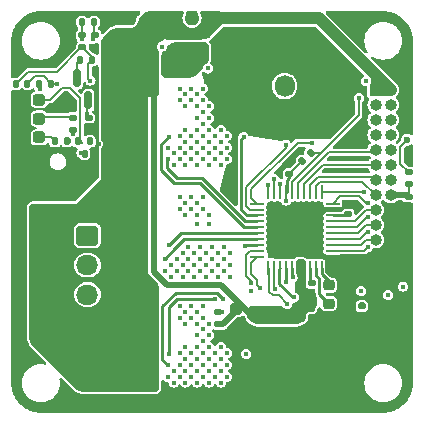
<source format=gbr>
%TF.GenerationSoftware,KiCad,Pcbnew,7.0.11*%
%TF.CreationDate,2024-11-13T01:10:25+09:00*%
%TF.ProjectId,MD,4d442e6b-6963-4616-945f-706362585858,rev?*%
%TF.SameCoordinates,Original*%
%TF.FileFunction,Copper,L4,Bot*%
%TF.FilePolarity,Positive*%
%FSLAX46Y46*%
G04 Gerber Fmt 4.6, Leading zero omitted, Abs format (unit mm)*
G04 Created by KiCad (PCBNEW 7.0.11) date 2024-11-13 01:10:25*
%MOMM*%
%LPD*%
G01*
G04 APERTURE LIST*
G04 Aperture macros list*
%AMRoundRect*
0 Rectangle with rounded corners*
0 $1 Rounding radius*
0 $2 $3 $4 $5 $6 $7 $8 $9 X,Y pos of 4 corners*
0 Add a 4 corners polygon primitive as box body*
4,1,4,$2,$3,$4,$5,$6,$7,$8,$9,$2,$3,0*
0 Add four circle primitives for the rounded corners*
1,1,$1+$1,$2,$3*
1,1,$1+$1,$4,$5*
1,1,$1+$1,$6,$7*
1,1,$1+$1,$8,$9*
0 Add four rect primitives between the rounded corners*
20,1,$1+$1,$2,$3,$4,$5,0*
20,1,$1+$1,$4,$5,$6,$7,0*
20,1,$1+$1,$6,$7,$8,$9,0*
20,1,$1+$1,$8,$9,$2,$3,0*%
G04 Aperture macros list end*
%TA.AperFunction,ComponentPad*%
%ADD10RoundRect,0.250000X-0.675000X0.600000X-0.675000X-0.600000X0.675000X-0.600000X0.675000X0.600000X0*%
%TD*%
%TA.AperFunction,ComponentPad*%
%ADD11O,1.850000X1.700000*%
%TD*%
%TA.AperFunction,ComponentPad*%
%ADD12RoundRect,0.250000X0.600000X0.675000X-0.600000X0.675000X-0.600000X-0.675000X0.600000X-0.675000X0*%
%TD*%
%TA.AperFunction,ComponentPad*%
%ADD13O,1.700000X1.850000*%
%TD*%
%TA.AperFunction,SMDPad,CuDef*%
%ADD14RoundRect,0.140000X0.170000X-0.140000X0.170000X0.140000X-0.170000X0.140000X-0.170000X-0.140000X0*%
%TD*%
%TA.AperFunction,SMDPad,CuDef*%
%ADD15RoundRect,0.135000X-0.185000X0.135000X-0.185000X-0.135000X0.185000X-0.135000X0.185000X0.135000X0*%
%TD*%
%TA.AperFunction,SMDPad,CuDef*%
%ADD16RoundRect,0.250000X-0.650000X0.325000X-0.650000X-0.325000X0.650000X-0.325000X0.650000X0.325000X0*%
%TD*%
%TA.AperFunction,SMDPad,CuDef*%
%ADD17RoundRect,0.135000X0.135000X0.185000X-0.135000X0.185000X-0.135000X-0.185000X0.135000X-0.185000X0*%
%TD*%
%TA.AperFunction,SMDPad,CuDef*%
%ADD18RoundRect,0.150000X0.150000X-0.587500X0.150000X0.587500X-0.150000X0.587500X-0.150000X-0.587500X0*%
%TD*%
%TA.AperFunction,SMDPad,CuDef*%
%ADD19RoundRect,0.135000X-0.135000X-0.185000X0.135000X-0.185000X0.135000X0.185000X-0.135000X0.185000X0*%
%TD*%
%TA.AperFunction,SMDPad,CuDef*%
%ADD20RoundRect,0.225000X0.250000X-0.225000X0.250000X0.225000X-0.250000X0.225000X-0.250000X-0.225000X0*%
%TD*%
%TA.AperFunction,SMDPad,CuDef*%
%ADD21RoundRect,0.237500X-0.287500X-0.237500X0.287500X-0.237500X0.287500X0.237500X-0.287500X0.237500X0*%
%TD*%
%TA.AperFunction,ComponentPad*%
%ADD22C,1.200000*%
%TD*%
%TA.AperFunction,SMDPad,CuDef*%
%ADD23RoundRect,0.135000X0.185000X-0.135000X0.185000X0.135000X-0.185000X0.135000X-0.185000X-0.135000X0*%
%TD*%
%TA.AperFunction,SMDPad,CuDef*%
%ADD24RoundRect,0.140000X-0.170000X0.140000X-0.170000X-0.140000X0.170000X-0.140000X0.170000X0.140000X0*%
%TD*%
%TA.AperFunction,ComponentPad*%
%ADD25R,1.000000X1.000000*%
%TD*%
%TA.AperFunction,ComponentPad*%
%ADD26O,1.000000X1.000000*%
%TD*%
%TA.AperFunction,SMDPad,CuDef*%
%ADD27RoundRect,0.250000X-0.250000X0.250000X-0.250000X-0.250000X0.250000X-0.250000X0.250000X0.250000X0*%
%TD*%
%TA.AperFunction,SMDPad,CuDef*%
%ADD28RoundRect,0.140000X0.140000X0.170000X-0.140000X0.170000X-0.140000X-0.170000X0.140000X-0.170000X0*%
%TD*%
%TA.AperFunction,SMDPad,CuDef*%
%ADD29RoundRect,0.135000X-0.035355X0.226274X-0.226274X0.035355X0.035355X-0.226274X0.226274X-0.035355X0*%
%TD*%
%TA.AperFunction,SMDPad,CuDef*%
%ADD30O,0.230000X1.210000*%
%TD*%
%TA.AperFunction,SMDPad,CuDef*%
%ADD31O,1.210000X0.230000*%
%TD*%
%TA.AperFunction,SMDPad,CuDef*%
%ADD32R,4.150000X4.150000*%
%TD*%
%TA.AperFunction,ViaPad*%
%ADD33C,0.450000*%
%TD*%
%TA.AperFunction,ViaPad*%
%ADD34C,0.600000*%
%TD*%
%TA.AperFunction,Conductor*%
%ADD35C,0.200000*%
%TD*%
%TA.AperFunction,Conductor*%
%ADD36C,1.000000*%
%TD*%
%TA.AperFunction,Conductor*%
%ADD37C,0.500000*%
%TD*%
%TA.AperFunction,Conductor*%
%ADD38C,0.250000*%
%TD*%
G04 APERTURE END LIST*
D10*
%TO.P,J6,1,Pin_1*%
%TO.N,/MotorDriver/Phase_W*%
X6950000Y-19500000D03*
D11*
%TO.P,J6,2,Pin_2*%
%TO.N,/MotorDriver/Phase_V*%
X6950000Y-22000000D03*
%TO.P,J6,3,Pin_3*%
%TO.N,/MotorDriver/Phase_U*%
X6950000Y-24500000D03*
%TD*%
D12*
%TO.P,J5,1,Pin_1*%
%TO.N,GND*%
X26150000Y-6850000D03*
D13*
%TO.P,J5,2,Pin_2*%
%TO.N,/Power/24VBAT*%
X23650000Y-6850000D03*
%TD*%
D14*
%TO.P,C26,1*%
%TO.N,Net-(U6-DVDD)*%
X29046592Y-17711952D03*
%TO.P,C26,2*%
%TO.N,GND*%
X29046592Y-16751952D03*
%TD*%
D15*
%TO.P,R1,1*%
%TO.N,Net-(D1-A)*%
X34172320Y-14149096D03*
%TO.P,R1,2*%
%TO.N,+3.3V*%
X34172320Y-15169096D03*
%TD*%
D16*
%TO.P,C23,1*%
%TO.N,VDD*%
X24186288Y-26387049D03*
%TO.P,C23,2*%
%TO.N,GND*%
X24186288Y-29337049D03*
%TD*%
D17*
%TO.P,R29,1*%
%TO.N,Net-(Q6-G)*%
X7367926Y-4622934D03*
%TO.P,R29,2*%
%TO.N,Net-(Q5-D)*%
X6347926Y-4622934D03*
%TD*%
D18*
%TO.P,Q5,1,G*%
%TO.N,/Power/PowerSW*%
X7028896Y-8058847D03*
%TO.P,Q5,2,S*%
%TO.N,GND*%
X5128896Y-8058847D03*
%TO.P,Q5,3,D*%
%TO.N,Net-(Q5-D)*%
X6078896Y-6183847D03*
%TD*%
D19*
%TO.P,R26,1*%
%TO.N,/Power/S-S*%
X6489069Y-1419813D03*
%TO.P,R26,2*%
%TO.N,Net-(Q2-G)*%
X7509069Y-1419813D03*
%TD*%
D20*
%TO.P,C28,1*%
%TO.N,Net-(U6-CPH)*%
X27376853Y-25255142D03*
%TO.P,C28,2*%
%TO.N,Net-(U6-CPL)*%
X27376853Y-23705142D03*
%TD*%
D21*
%TO.P,D22,1,K*%
%TO.N,GND*%
X1125000Y-8000000D03*
%TO.P,D22,2,A*%
%TO.N,Net-(D22-A)*%
X2875000Y-8000000D03*
%TD*%
D15*
%TO.P,R28,1*%
%TO.N,/Power/S-S*%
X6523448Y-2550501D03*
%TO.P,R28,2*%
%TO.N,Net-(Q6-G)*%
X6523448Y-3570501D03*
%TD*%
D22*
%TO.P,C17,1*%
%TO.N,VDD*%
X12500000Y-1100000D03*
%TO.P,C17,2*%
%TO.N,GND*%
X10500000Y-1100000D03*
%TD*%
D23*
%TO.P,R72,1*%
%TO.N,/MotorDriver/Phase_V*%
X5713895Y-10526175D03*
%TO.P,R72,2*%
%TO.N,Net-(D21-A)*%
X5713895Y-9506175D03*
%TD*%
D24*
%TO.P,C1,1*%
%TO.N,+3.3V*%
X34159743Y-16216675D03*
%TO.P,C1,2*%
%TO.N,GND*%
X34159743Y-17176675D03*
%TD*%
D21*
%TO.P,D20,1,K*%
%TO.N,GND*%
X1120288Y-11196083D03*
%TO.P,D20,2,A*%
%TO.N,Net-(D20-A)*%
X2870288Y-11196083D03*
%TD*%
D25*
%TO.P,J4,1,Pin_1*%
%TO.N,VDD*%
X31355000Y-7175000D03*
D26*
%TO.P,J4,2,Pin_2*%
X32625000Y-7175000D03*
%TO.P,J4,3,Pin_3*%
%TO.N,SOC*%
X31355000Y-8445000D03*
%TO.P,J4,4,Pin_4*%
%TO.N,ENABLE*%
X32625000Y-8445000D03*
%TO.P,J4,5,Pin_5*%
%TO.N,SOB*%
X31355000Y-9715000D03*
%TO.P,J4,6,Pin_6*%
%TO.N,nFAULT*%
X32625000Y-9715000D03*
%TO.P,J4,7,Pin_7*%
%TO.N,SOA*%
X31355000Y-10985000D03*
%TO.P,J4,8,Pin_8*%
%TO.N,INB_L*%
X32625000Y-10985000D03*
%TO.P,J4,9,Pin_9*%
%TO.N,MISO1*%
X31355000Y-12255000D03*
%TO.P,J4,10,Pin_10*%
%TO.N,INC_L*%
X32625000Y-12255000D03*
%TO.P,J4,11,Pin_11*%
%TO.N,MOSI1*%
X31355000Y-13525000D03*
%TO.P,J4,12,Pin_12*%
%TO.N,INA_L*%
X32625000Y-13525000D03*
%TO.P,J4,13,Pin_13*%
%TO.N,SCLK1*%
X31355000Y-14795000D03*
%TO.P,J4,14,Pin_14*%
%TO.N,CAL*%
X32625000Y-14795000D03*
%TO.P,J4,15,Pin_15*%
%TO.N,CS1_MD*%
X31355000Y-16065000D03*
%TO.P,J4,16,Pin_16*%
%TO.N,+3.3V*%
X32625000Y-16065000D03*
%TO.P,J4,17,Pin_17*%
%TO.N,INA_H*%
X31355000Y-17335000D03*
%TO.P,J4,18,Pin_18*%
%TO.N,GND*%
X32625000Y-17335000D03*
%TO.P,J4,19,Pin_19*%
%TO.N,INB_H*%
X31355000Y-18605000D03*
%TO.P,J4,20,Pin_20*%
%TO.N,GND*%
X32625000Y-18605000D03*
%TO.P,J4,21,Pin_21*%
%TO.N,INC_H*%
X31355000Y-19875000D03*
%TO.P,J4,22,Pin_22*%
%TO.N,GND*%
X32625000Y-19875000D03*
%TO.P,J4,23,Pin_23*%
X31355000Y-21145000D03*
%TO.P,J4,24,Pin_24*%
X32625000Y-21145000D03*
%TO.P,J4,25,Pin_25*%
X31355000Y-22415000D03*
%TO.P,J4,26,Pin_26*%
X32625000Y-22415000D03*
%TD*%
D15*
%TO.P,R24,1*%
%TO.N,Net-(Q2-G)*%
X7597912Y-2552780D03*
%TO.P,R24,2*%
%TO.N,GND*%
X7597912Y-3572780D03*
%TD*%
D27*
%TO.P,D5,1,K*%
%TO.N,VDD*%
X19559617Y-25676490D03*
%TO.P,D5,2,A*%
%TO.N,GND*%
X19559617Y-28176490D03*
%TD*%
D14*
%TO.P,C29,1*%
%TO.N,+3.3V*%
X24032631Y-14265961D03*
%TO.P,C29,2*%
%TO.N,GND*%
X24032631Y-13305961D03*
%TD*%
D17*
%TO.P,R75,1*%
%TO.N,/MotorDriver/Phase_W*%
X7165288Y-11523492D03*
%TO.P,R75,2*%
%TO.N,Net-(D22-A)*%
X6145288Y-11523492D03*
%TD*%
D23*
%TO.P,R30,1*%
%TO.N,VDD*%
X18033291Y-27011083D03*
%TO.P,R30,2*%
%TO.N,GND*%
X18033291Y-25991083D03*
%TD*%
D22*
%TO.P,C2,1*%
%TO.N,VDD*%
X17800000Y-1100000D03*
%TO.P,C2,2*%
%TO.N,GND*%
X15800000Y-1100000D03*
%TD*%
D21*
%TO.P,D21,1,K*%
%TO.N,GND*%
X1120288Y-9598472D03*
%TO.P,D21,2,A*%
%TO.N,Net-(D21-A)*%
X2870288Y-9598472D03*
%TD*%
D17*
%TO.P,R69,1*%
%TO.N,/MotorDriver/Phase_U*%
X5210000Y-11500000D03*
%TO.P,R69,2*%
%TO.N,Net-(D20-A)*%
X4190000Y-11500000D03*
%TD*%
D16*
%TO.P,C24,1*%
%TO.N,VDD*%
X21788621Y-26387049D03*
%TO.P,C24,2*%
%TO.N,GND*%
X21788621Y-29337049D03*
%TD*%
D24*
%TO.P,C25,1*%
%TO.N,VDD*%
X25921593Y-25487339D03*
%TO.P,C25,2*%
%TO.N,GND*%
X25921593Y-26447339D03*
%TD*%
D15*
%TO.P,R4,1*%
%TO.N,/Power/PowerSW*%
X7046543Y-9527803D03*
%TO.P,R4,2*%
%TO.N,GND*%
X7046543Y-10547803D03*
%TD*%
D17*
%TO.P,R18,1*%
%TO.N,/Power/S-S*%
X3857439Y-6639825D03*
%TO.P,R18,2*%
%TO.N,Net-(SW4-B)*%
X2837439Y-6639825D03*
%TD*%
D28*
%TO.P,C14,1*%
%TO.N,/Power/S-S*%
X1869679Y-6646407D03*
%TO.P,C14,2*%
%TO.N,Net-(Q6-G)*%
X909679Y-6646407D03*
%TD*%
D17*
%TO.P,R19,1*%
%TO.N,Net-(SW4-B)*%
X6706336Y-12581390D03*
%TO.P,R19,2*%
%TO.N,GND*%
X5686336Y-12581390D03*
%TD*%
D29*
%TO.P,R2,1*%
%TO.N,nFAULT*%
X25857881Y-12480947D03*
%TO.P,R2,2*%
%TO.N,+3.3V*%
X25136633Y-13202195D03*
%TD*%
D30*
%TO.P,U6,1,CPL*%
%TO.N,Net-(U6-CPL)*%
X26767988Y-22250821D03*
%TO.P,U6,2,CPH*%
%TO.N,Net-(U6-CPH)*%
X26267989Y-22250821D03*
%TO.P,U6,3,VCP*%
%TO.N,Net-(U6-VCP)*%
X25767987Y-22250821D03*
%TO.P,U6,4,VM*%
%TO.N,VDD*%
X25267988Y-22250821D03*
%TO.P,U6,5,VDRAIN*%
X24767987Y-22250821D03*
%TO.P,U6,6,GHA*%
%TO.N,Net-(Q10-G)*%
X24267987Y-22250821D03*
%TO.P,U6,7,SHA*%
%TO.N,/MotorDriver/Phase_U*%
X23767989Y-22250821D03*
%TO.P,U6,8,GLA*%
%TO.N,Net-(Q7-G)*%
X23267987Y-22250821D03*
%TO.P,U6,9,SPA*%
%TO.N,/MotorDriver/BridgeA_S*%
X22767988Y-22250821D03*
%TO.P,U6,10,SNA*%
%TO.N,GND*%
X22267986Y-22250821D03*
D31*
%TO.P,U6,11,SNB*%
X21312987Y-21295822D03*
%TO.P,U6,12,SPB*%
%TO.N,/MotorDriver/BridgeB_S*%
X21312987Y-20795823D03*
%TO.P,U6,13,GLB*%
%TO.N,Net-(Q8-G)*%
X21312987Y-20295821D03*
%TO.P,U6,14,SHB*%
%TO.N,/MotorDriver/Phase_V*%
X21312987Y-19795822D03*
%TO.P,U6,15,GHB*%
%TO.N,Net-(Q9-G)*%
X21312987Y-19295821D03*
%TO.P,U6,16,GHC*%
%TO.N,Net-(Q11-G)*%
X21312987Y-18795821D03*
%TO.P,U6,17,SHC*%
%TO.N,/MotorDriver/Phase_W*%
X21312987Y-18295823D03*
%TO.P,U6,18,GLC*%
%TO.N,Net-(Q12-G)*%
X21312987Y-17795821D03*
%TO.P,U6,19,SPC*%
%TO.N,/MotorDriver/BridgeC_S*%
X21312987Y-17295822D03*
%TO.P,U6,20,SNC*%
%TO.N,GND*%
X21312987Y-16795820D03*
D30*
%TO.P,U6,21,SOC*%
%TO.N,SOC*%
X22267986Y-15840821D03*
%TO.P,U6,22,SOB*%
%TO.N,SOB*%
X22767988Y-15840821D03*
%TO.P,U6,23,SOA*%
%TO.N,SOA*%
X23267987Y-15840821D03*
%TO.P,U6,24,VREF*%
%TO.N,+3.3V*%
X23767989Y-15840821D03*
%TO.P,U6,25,FAULT_N*%
%TO.N,nFAULT*%
X24267987Y-15840821D03*
%TO.P,U6,26,MODE_SDO*%
%TO.N,MISO1*%
X24767987Y-15840821D03*
%TO.P,U6,27,IDRIVE_SDI*%
%TO.N,MOSI1*%
X25267988Y-15840821D03*
%TO.P,U6,28,VDS_SCLK*%
%TO.N,SCLK1*%
X25767987Y-15840821D03*
%TO.P,U6,29,GAIN_SCS_N*%
%TO.N,CS1_MD*%
X26267989Y-15840821D03*
%TO.P,U6,30,ENABLE*%
%TO.N,ENABLE*%
X26767988Y-15840821D03*
D31*
%TO.P,U6,31,CAL*%
%TO.N,CAL*%
X27722987Y-16795820D03*
%TO.P,U6,32,AGND*%
%TO.N,GND*%
X27722987Y-17295822D03*
%TO.P,U6,33,DVDD*%
%TO.N,Net-(U6-DVDD)*%
X27722987Y-17795821D03*
%TO.P,U6,34,INHA*%
%TO.N,INA_H*%
X27722987Y-18295823D03*
%TO.P,U6,35,INLA*%
%TO.N,INA_L*%
X27722987Y-18795821D03*
%TO.P,U6,36,INHB*%
%TO.N,INB_H*%
X27722987Y-19295821D03*
%TO.P,U6,37,INLB*%
%TO.N,INB_L*%
X27722987Y-19795822D03*
%TO.P,U6,38,INHC*%
%TO.N,INC_H*%
X27722987Y-20295821D03*
%TO.P,U6,39,INLC*%
%TO.N,INC_L*%
X27722987Y-20795823D03*
%TO.P,U6,40,PGND*%
%TO.N,GND*%
X27722987Y-21295822D03*
D32*
%TO.P,U6,41,PAD*%
X24517987Y-19045821D03*
%TD*%
D14*
%TO.P,C27,1*%
%TO.N,VDD*%
X25926688Y-24491447D03*
%TO.P,C27,2*%
%TO.N,Net-(U6-VCP)*%
X25926688Y-23531447D03*
%TD*%
D15*
%TO.P,R3,1*%
%TO.N,+3.3V*%
X30165448Y-25495071D03*
%TO.P,R3,2*%
%TO.N,GND*%
X30165448Y-26515071D03*
%TD*%
D33*
%TO.N,/Power/S-S*%
X16750000Y-3900000D03*
X14750000Y-3900000D03*
X15700000Y-5900000D03*
X13750000Y-5900000D03*
X16250000Y-3400000D03*
X4399660Y-6666988D03*
X16250000Y-4400000D03*
X13750000Y-4900000D03*
X14750000Y-5900000D03*
X14250000Y-4400000D03*
X15250000Y-3400000D03*
X13757483Y-4050002D03*
X14250000Y-5400000D03*
X16900000Y-4700000D03*
X15750000Y-3900000D03*
X15250000Y-5400000D03*
X14750000Y-4900000D03*
X6472237Y-2875502D03*
X15250000Y-4400000D03*
X15750000Y-4900000D03*
%TO.N,Net-(Q6-G)*%
X7201878Y-6379074D03*
X13234655Y-3497052D03*
%TO.N,VDD*%
X2500000Y-27250000D03*
X7500000Y-32250000D03*
X12000000Y-31750000D03*
X10500000Y-3250000D03*
X8500000Y-5250000D03*
X4500000Y-28250000D03*
X12500000Y-4250000D03*
X8500000Y-29250000D03*
X3500000Y-17250000D03*
X10500000Y-31250000D03*
X6500000Y-30250000D03*
X3500000Y-19250000D03*
X11500000Y-3250000D03*
X3500000Y-21250000D03*
X8500000Y-10250000D03*
X9500000Y-32250000D03*
X8500000Y-6250000D03*
X11750000Y-11100000D03*
X3500000Y-29250000D03*
X10500000Y-6250000D03*
X11000000Y-13000000D03*
X9500000Y-3250000D03*
X8500000Y-7250000D03*
X2500000Y-19250000D03*
X4500000Y-23250000D03*
X11500000Y-4250000D03*
X2500000Y-28250000D03*
X12500000Y-32250000D03*
X3500000Y-25250000D03*
X4500000Y-29250000D03*
X8500000Y-28250000D03*
X5500000Y-31250000D03*
X7500000Y-31250000D03*
X11000000Y-20250000D03*
X4500000Y-25250000D03*
X4500000Y-26250000D03*
X3500000Y-20250000D03*
X9500000Y-4250000D03*
X3500000Y-28250000D03*
X12500000Y-3250000D03*
X6500000Y-29250000D03*
X10500000Y-4250000D03*
X11000000Y-30750000D03*
X2500000Y-20250000D03*
X10500000Y-8250000D03*
X11750000Y-20250000D03*
X10000000Y-31750000D03*
X5500000Y-30250000D03*
X11500000Y-31250000D03*
X2500000Y-18250000D03*
X7500000Y-29250000D03*
X9500000Y-31250000D03*
X11500000Y-32250000D03*
X8500000Y-9250000D03*
X2500000Y-17250000D03*
X4500000Y-17250000D03*
X7500000Y-28250000D03*
X6500000Y-32250000D03*
X4500000Y-18250000D03*
X3500000Y-26250000D03*
X9500000Y-30250000D03*
X3500000Y-22250000D03*
X9500000Y-9250000D03*
X12500000Y-29500000D03*
X11750000Y-13000000D03*
X8500000Y-30250000D03*
X8500000Y-8250000D03*
X10500000Y-5250000D03*
X6500000Y-26250000D03*
X9500000Y-29250000D03*
X11000000Y-11100000D03*
X4500000Y-20250000D03*
X2500000Y-26250000D03*
X5500000Y-28250000D03*
X2500000Y-21250000D03*
X5500000Y-29250000D03*
X2500000Y-24250000D03*
X8500000Y-3250000D03*
X5500000Y-26250000D03*
X12500000Y-5250000D03*
X10000000Y-30750000D03*
X5500000Y-27250000D03*
X9500000Y-8250000D03*
X2500000Y-25250000D03*
X5000000Y-23750000D03*
X11500000Y-6250000D03*
X11500000Y-7250000D03*
X9500000Y-6250000D03*
X8500000Y-32250000D03*
X9500000Y-7250000D03*
X11000000Y-31750000D03*
X4500000Y-21250000D03*
X11000000Y-22250000D03*
X8500000Y-31250000D03*
X4500000Y-30250000D03*
X10500000Y-7250000D03*
X4500000Y-22250000D03*
X6500000Y-27250000D03*
X7500000Y-30250000D03*
X12500000Y-6250000D03*
X4500000Y-24250000D03*
X11500000Y-5250000D03*
X11750000Y-22250000D03*
X8500000Y-4250000D03*
X2500000Y-23250000D03*
X6500000Y-31250000D03*
X3500000Y-27250000D03*
X10000000Y-29750000D03*
X4500000Y-19250000D03*
X5500000Y-24250000D03*
X9500000Y-5250000D03*
X10500000Y-30250000D03*
X4500000Y-27250000D03*
X3500000Y-18250000D03*
X6500000Y-28250000D03*
X3500000Y-23250000D03*
X5500000Y-25250000D03*
X3500000Y-24250000D03*
X10500000Y-32250000D03*
X2500000Y-22250000D03*
X7500000Y-27250000D03*
%TO.N,GND*%
X1200000Y-18000000D03*
X3500000Y-1000000D03*
X29000000Y-25750000D03*
X4400000Y-34200000D03*
X8500000Y-1000000D03*
X26500228Y-27437238D03*
X30000000Y-3000000D03*
X24351545Y-18027628D03*
X23297632Y-14332182D03*
X27986153Y-7665974D03*
X28709998Y-28812955D03*
X30250000Y-27250000D03*
X18381441Y-25963656D03*
X28756875Y-22677496D03*
X29150090Y-12960821D03*
X24373553Y-19172059D03*
X12400000Y-34200000D03*
X5000000Y-2250000D03*
X27474292Y-31284367D03*
X27480841Y-27437238D03*
X23022036Y-19174995D03*
X24500000Y-30000000D03*
X1200000Y-24400000D03*
X25488832Y-31249656D03*
X29344024Y-31853527D03*
X4400000Y-14200000D03*
X29333997Y-29477170D03*
X27807183Y-22673218D03*
X26547831Y-28808191D03*
X1200000Y-9800000D03*
X33425406Y-10489133D03*
X26500000Y-31250000D03*
X2400000Y-16200000D03*
X27990709Y-12960821D03*
X24931740Y-31751324D03*
X29097797Y-9024165D03*
X29210575Y-23148666D03*
X27829842Y-21806477D03*
X7580781Y-3804482D03*
X26515790Y-32264037D03*
X28250000Y-1000000D03*
X25512482Y-19128042D03*
X28789730Y-16986068D03*
X19528831Y-26935634D03*
X26500000Y-30000000D03*
X34000000Y-27250000D03*
X27474292Y-28812955D03*
X29176980Y-22223782D03*
X8000000Y-33400000D03*
X1800000Y-7600000D03*
X32254152Y-27291344D03*
X25551586Y-32256384D03*
X5000000Y-7800000D03*
X26056645Y-31720715D03*
X24426680Y-31208003D03*
X25000000Y-4000000D03*
X30250000Y-30500000D03*
X29303917Y-28013254D03*
X22750000Y-34000000D03*
X18100705Y-6895796D03*
X25468466Y-18011122D03*
X7866903Y-11731696D03*
X28681425Y-32363518D03*
X25495976Y-20178938D03*
X22791394Y-28041123D03*
X4400000Y-16200000D03*
X1200000Y-21200000D03*
X28076884Y-28055206D03*
X1200000Y-15000000D03*
X26000000Y-2250000D03*
X34199707Y-12345095D03*
X23870146Y-25260727D03*
X26532128Y-4791837D03*
X29323971Y-30610201D03*
X24748659Y-2724188D03*
X26033688Y-28039901D03*
X26631680Y-19095280D03*
X28092189Y-29455599D03*
X5600000Y-8600000D03*
X29181436Y-7759009D03*
X26664471Y-26206642D03*
X26982588Y-28039901D03*
X24357047Y-16960226D03*
X1200000Y-28400000D03*
X24013133Y-20638110D03*
X27393171Y-22167330D03*
X5750000Y-3500000D03*
X2800000Y-30000000D03*
X22833753Y-8770887D03*
X21579589Y-23925000D03*
X27467350Y-29979239D03*
X25030864Y-8816469D03*
X2000000Y-10400000D03*
X4000000Y-4750000D03*
X26698716Y-3517930D03*
X29982009Y-10367076D03*
X23750000Y-5250000D03*
X28274760Y-24821045D03*
X18733451Y-7810217D03*
X25452972Y-27465799D03*
X20813551Y-24159771D03*
X4300000Y-12300000D03*
X1800000Y-33600000D03*
X8250000Y-2000000D03*
X21015422Y-5729515D03*
X26959631Y-29371422D03*
X33250000Y-33500000D03*
X27462500Y-14010821D03*
X1000000Y-31800000D03*
X1200000Y-12400000D03*
X25733952Y-9847384D03*
X33500000Y-5250000D03*
X29554012Y-23658551D03*
X5750000Y-1000000D03*
X32000000Y-5000000D03*
X5000000Y-32200000D03*
X29173765Y-21402366D03*
X28266181Y-21415332D03*
X22238945Y-6912995D03*
X28082808Y-10323724D03*
X29946357Y-12960821D03*
X20750000Y-2250000D03*
X24962349Y-28116426D03*
X7595912Y-5543687D03*
X33000000Y-1250000D03*
X28698086Y-14010821D03*
X28342209Y-11772599D03*
X24602686Y-33182327D03*
X28668345Y-27424521D03*
X30000000Y-34000000D03*
X21099956Y-6899647D03*
X22990265Y-18090221D03*
X19204805Y-15468521D03*
X29287570Y-6936842D03*
X22999342Y-17068990D03*
X2000000Y-8800000D03*
X32000000Y-29200000D03*
X17250000Y-6250000D03*
X22972721Y-32233427D03*
X29398304Y-24244577D03*
X34000000Y-24750000D03*
X33000000Y-25800000D03*
X18697974Y-15730527D03*
X23646133Y-31713062D03*
X1000000Y-7600000D03*
X25457461Y-17009745D03*
X24980217Y-12429030D03*
X23250000Y-2250000D03*
X3400000Y-13400000D03*
X26629403Y-17983611D03*
X28742871Y-21800876D03*
X34000000Y-4000000D03*
X26692009Y-9045455D03*
X27385353Y-21420307D03*
X29649445Y-16934577D03*
X1500000Y-1500000D03*
X31250000Y-25750000D03*
X24107411Y-13111340D03*
X28168713Y-30588157D03*
X26500000Y-34000000D03*
X34000000Y-30000000D03*
X28696114Y-29958412D03*
X25980355Y-11659595D03*
X29935007Y-11561298D03*
X27005545Y-31705410D03*
X24114795Y-8176756D03*
X26618399Y-20085403D03*
X19681317Y-2249359D03*
X18500000Y-2250000D03*
X10800000Y-33400000D03*
X28033289Y-9024165D03*
X15800000Y-34200000D03*
X24676541Y-10940279D03*
X24048265Y-9809304D03*
X24916435Y-29424989D03*
X30009473Y-14010821D03*
X24500000Y-27500000D03*
X29179034Y-11751864D03*
X22735465Y-29893769D03*
X34089777Y-8569233D03*
X750000Y-3500000D03*
X23569609Y-30955473D03*
X28675287Y-31284367D03*
X25481533Y-28760589D03*
X28084536Y-31789587D03*
X25491054Y-29998255D03*
X26885587Y-10524244D03*
X23562945Y-3772711D03*
X28269516Y-22210886D03*
X2000000Y-4750000D03*
X2400000Y-12200000D03*
X19250000Y-34000000D03*
X26150453Y-20771724D03*
X4200000Y-8800000D03*
X27510605Y-32256384D03*
X27750000Y-4000000D03*
X22083254Y-2665392D03*
X29750000Y-1750000D03*
X30750000Y-1000000D03*
X750000Y-5750000D03*
X6800000Y-34200000D03*
X9400000Y-34200000D03*
X6918568Y-10320203D03*
X24462839Y-28770109D03*
X28070936Y-5728687D03*
X19000000Y-6250000D03*
X23048628Y-20491082D03*
X28287790Y-23148385D03*
X23000000Y-31250000D03*
X34165357Y-5968842D03*
X22799545Y-11011964D03*
X25941859Y-29371422D03*
X24380766Y-32317603D03*
X29500000Y-5750000D03*
X22250000Y-3750000D03*
X26612896Y-17004243D03*
X28758080Y-23568373D03*
%TO.N,+3.3V*%
X30172927Y-25334785D03*
X23768761Y-16541125D03*
%TO.N,/MotorDriver/Phase_U*%
X17250000Y-28950000D03*
X15250000Y-26950000D03*
X16750000Y-26450000D03*
X17250000Y-27950000D03*
X13750000Y-30450000D03*
X16750000Y-27450000D03*
X15250000Y-25950000D03*
X15750000Y-31450000D03*
X14750000Y-25450000D03*
X18750000Y-31450000D03*
X17250000Y-26950000D03*
X17250000Y-31950000D03*
X18750000Y-30450000D03*
X16250000Y-25950000D03*
X18250000Y-29950000D03*
X15750000Y-26450000D03*
X15250000Y-30950000D03*
X14750000Y-30450000D03*
X15750000Y-30450000D03*
X18250000Y-30950000D03*
X18443292Y-24838834D03*
X14250000Y-31950000D03*
X16250000Y-30950000D03*
X16250000Y-29950000D03*
X5386387Y-11520073D03*
X17750000Y-29450000D03*
X16250000Y-27950000D03*
X17250000Y-30950000D03*
X23767989Y-23398042D03*
X14750000Y-26450000D03*
X17750000Y-30450000D03*
X15250000Y-28950000D03*
X14250000Y-30950000D03*
X16750000Y-25450000D03*
X14750000Y-31450000D03*
X15250000Y-29950000D03*
X13750000Y-31450000D03*
X18750000Y-29450000D03*
X15250000Y-31950000D03*
X14750000Y-29450000D03*
X16750000Y-30450000D03*
X16250000Y-31950000D03*
X16250000Y-28950000D03*
X15750000Y-29450000D03*
X16250000Y-26950000D03*
X18250000Y-28950000D03*
X16750000Y-29450000D03*
X15750000Y-25450000D03*
X17750000Y-31450000D03*
X18250000Y-31950000D03*
X16750000Y-28450000D03*
X17250000Y-29950000D03*
X16750000Y-31450000D03*
%TO.N,/MotorDriver/BridgeA_S*%
X22861486Y-24046663D03*
%TO.N,/MotorDriver/BridgeB_S*%
X20800000Y-23500000D03*
%TO.N,/MotorDriver/Phase_V*%
X16750000Y-16250000D03*
X15500000Y-22500000D03*
X16000000Y-23000000D03*
X14500000Y-21500000D03*
X16000000Y-22000000D03*
X15000000Y-23000000D03*
X17500000Y-22500000D03*
X15250000Y-17750000D03*
X14750000Y-16250000D03*
X17000000Y-21000000D03*
X18000000Y-23000000D03*
X19000000Y-23000000D03*
X17250000Y-17750000D03*
X14500000Y-22500000D03*
X18500000Y-20500000D03*
X14000000Y-23000000D03*
X17000000Y-22000000D03*
X15000000Y-21000000D03*
X17500000Y-20500000D03*
X16250000Y-16750000D03*
X15750000Y-17250000D03*
X17000000Y-23000000D03*
X19000000Y-22000000D03*
X14750000Y-17250000D03*
X19000000Y-21000000D03*
X16500000Y-21500000D03*
X15000000Y-22000000D03*
X15500000Y-21500000D03*
X16000000Y-21000000D03*
X15750000Y-16250000D03*
X17250000Y-18500000D03*
X16750000Y-17250000D03*
X15250000Y-16750000D03*
X5687798Y-10870725D03*
X18500000Y-21500000D03*
X18500000Y-22500000D03*
X16250000Y-17750000D03*
X13500000Y-21500000D03*
X17500000Y-21500000D03*
X18000000Y-22000000D03*
X16500000Y-20500000D03*
X15500000Y-20500000D03*
X18000000Y-21000000D03*
X16500000Y-22500000D03*
X13500000Y-22500000D03*
X16250000Y-18500000D03*
X14000000Y-22000000D03*
%TO.N,/MotorDriver/BridgeC_S*%
X23729902Y-11795725D03*
%TO.N,/MotorDriver/Phase_W*%
X17250000Y-8550000D03*
X16750000Y-10050000D03*
X15750000Y-8050000D03*
X16750000Y-8050000D03*
X17750000Y-13050000D03*
X15750000Y-12050000D03*
X18750000Y-12050000D03*
X14750000Y-12050000D03*
X16250000Y-12550000D03*
X15250000Y-10550000D03*
X15250000Y-8550000D03*
X16250000Y-13550000D03*
X15250000Y-7550000D03*
X18250000Y-11550000D03*
X17250000Y-13550000D03*
X15750000Y-13050000D03*
X14250000Y-12550000D03*
X16250000Y-9550000D03*
X16750000Y-12050000D03*
X17250000Y-10550000D03*
X15250000Y-13550000D03*
X14750000Y-13050000D03*
X15250000Y-12550000D03*
X16250000Y-10550000D03*
X17250000Y-12550000D03*
X18250000Y-12550000D03*
X16250000Y-7550000D03*
X17250000Y-11550000D03*
X16750000Y-9050000D03*
X16250000Y-8550000D03*
X18250000Y-10550000D03*
X15750000Y-7050000D03*
X17250000Y-9550000D03*
X13750000Y-13050000D03*
X7165288Y-11523492D03*
X14750000Y-8050000D03*
X16750000Y-11050000D03*
X14750000Y-7050000D03*
X15250000Y-11550000D03*
X16750000Y-7050000D03*
X18750000Y-13050000D03*
X13750000Y-12050000D03*
X16250000Y-11550000D03*
X17750000Y-12050000D03*
X14250000Y-13550000D03*
X15750000Y-11050000D03*
X18750000Y-11050000D03*
X18250000Y-13550000D03*
X17750000Y-11050000D03*
X16750000Y-13050000D03*
X14750000Y-11050000D03*
%TO.N,Net-(Q2-G)*%
X17174998Y-5351351D03*
X7389113Y-2877910D03*
%TO.N,/Power/PowerSW*%
X6933550Y-9230046D03*
%TO.N,Net-(Q7-G)*%
X20394037Y-29525000D03*
X24412018Y-24737537D03*
%TO.N,Net-(Q8-G)*%
X20286570Y-20345822D03*
%TO.N,Net-(Q9-G)*%
X13850000Y-20325000D03*
%TO.N,Net-(Q10-G)*%
X17728562Y-24901923D03*
X24317989Y-23045644D03*
X13850000Y-29525000D03*
%TO.N,Net-(Q11-G)*%
X13850000Y-11125000D03*
%TO.N,Net-(Q12-G)*%
X20169096Y-11135620D03*
%TO.N,Net-(SW4-B)*%
X6436387Y-12500000D03*
X2890539Y-7100000D03*
%TO.N,SOC*%
X22217835Y-15216305D03*
%TO.N,SOB*%
X22752987Y-14720583D03*
%TO.N,SOA*%
X23277987Y-15104426D03*
%TO.N,nFAULT*%
X29917724Y-7869813D03*
%TO.N,ENABLE*%
X30385131Y-15837595D03*
X30519077Y-6414650D03*
%TO.N,CAL*%
X30130446Y-24195652D03*
X30674260Y-16708724D03*
X32414994Y-24540000D03*
%TO.N,INA_L*%
X30680403Y-17969222D03*
X33682987Y-23822298D03*
%TO.N,INB_L*%
X30665804Y-19238584D03*
%TO.N,INC_L*%
X30670589Y-20504359D03*
D34*
%TO.N,Net-(D1-A)*%
X34013195Y-11375000D03*
%TD*%
D35*
%TO.N,/Power/S-S*%
X6489069Y-2516122D02*
X6523448Y-2550501D01*
X3884602Y-6666988D02*
X3857439Y-6639825D01*
X2496261Y-6019825D02*
X3237439Y-6019825D01*
X6472237Y-2875502D02*
X6472237Y-2601712D01*
X4399660Y-6666988D02*
X3884602Y-6666988D01*
X6489069Y-1419813D02*
X6489069Y-2516122D01*
X3237439Y-6019825D02*
X3857439Y-6639825D01*
X6472237Y-2601712D02*
X6523448Y-2550501D01*
X1869679Y-6646407D02*
X2496261Y-6019825D01*
%TO.N,Net-(Q6-G)*%
X7367926Y-4414979D02*
X6523448Y-3570501D01*
X7025780Y-4965080D02*
X7367926Y-4622934D01*
X7367926Y-4622934D02*
X7367926Y-4414979D01*
X6523448Y-3570501D02*
X6436333Y-3570501D01*
X7201878Y-6379074D02*
X7025780Y-6202976D01*
X1939824Y-5616262D02*
X909679Y-6646407D01*
X7025780Y-6202976D02*
X7025780Y-4965080D01*
X4390572Y-5616262D02*
X1939824Y-5616262D01*
X6436333Y-3570501D02*
X4390572Y-5616262D01*
D36*
%TO.N,VDD*%
X17800000Y-1100000D02*
X26550000Y-1100000D01*
X31475000Y-7055000D02*
X31475000Y-6025000D01*
X31025000Y-5575000D02*
X32625000Y-7175000D01*
D37*
X20990270Y-26387049D02*
X21788621Y-26387049D01*
X25087018Y-25017132D02*
X25087018Y-22544848D01*
D36*
X32625000Y-7175000D02*
X31355000Y-7175000D01*
D37*
X13720405Y-23675000D02*
X18278221Y-23675000D01*
D36*
X13800000Y-2400000D02*
X12500000Y-1100000D01*
D37*
X18422777Y-27011083D02*
X19774191Y-25659669D01*
X21788621Y-26387049D02*
X23717101Y-26387049D01*
X18033291Y-27011083D02*
X18422777Y-27011083D01*
D36*
X31355000Y-7175000D02*
X31475000Y-7055000D01*
D37*
X12625000Y-22579595D02*
X13720405Y-23675000D01*
D36*
X16500000Y-2400000D02*
X13800000Y-2400000D01*
D37*
X18278221Y-23675000D02*
X20990270Y-26387049D01*
X12500000Y-6250000D02*
X12625000Y-6375000D01*
D36*
X26550000Y-1100000D02*
X31025000Y-5575000D01*
D37*
X23717101Y-26387049D02*
X25087018Y-25017132D01*
X12625000Y-6375000D02*
X12625000Y-22579595D01*
D36*
X17800000Y-1100000D02*
X16500000Y-2400000D01*
D35*
%TO.N,GND*%
X20807987Y-22765524D02*
X20807987Y-21800822D01*
X21325000Y-23670411D02*
X21325000Y-23282537D01*
X21579589Y-23925000D02*
X21325000Y-23670411D01*
X22645400Y-24573040D02*
X22336486Y-24264126D01*
X23182459Y-24573040D02*
X22645400Y-24573040D01*
X25980355Y-11659595D02*
X24739885Y-11659595D01*
X20807987Y-21800822D02*
X21312987Y-21295822D01*
X21325000Y-23282537D02*
X20807987Y-22765524D01*
X22336486Y-24264126D02*
X22336486Y-22319321D01*
X4200000Y-8800000D02*
X2000000Y-8800000D01*
X24739885Y-11659595D02*
X20807987Y-15591493D01*
X22336486Y-22319321D02*
X22267986Y-22250821D01*
X20807987Y-16290820D02*
X21312987Y-16795820D01*
X20807987Y-15591493D02*
X20807987Y-16290820D01*
X23870146Y-25260727D02*
X23182459Y-24573040D01*
D38*
%TO.N,Net-(U6-DVDD)*%
X28962723Y-17795821D02*
X29046592Y-17711952D01*
X27722987Y-17795821D02*
X28962723Y-17795821D01*
%TO.N,Net-(U6-VCP)*%
X25767987Y-23372746D02*
X25926688Y-23531447D01*
X25767987Y-22250821D02*
X25767987Y-23372746D01*
%TO.N,Net-(U6-CPH)*%
X26267989Y-22250821D02*
X26267989Y-22863076D01*
X26267989Y-22863076D02*
X26576853Y-23171940D01*
X26576853Y-23171940D02*
X26576853Y-24455142D01*
X26576853Y-24455142D02*
X27376853Y-25255142D01*
%TO.N,Net-(U6-CPL)*%
X27376853Y-23335544D02*
X27376853Y-23705142D01*
X26767988Y-22250821D02*
X26767988Y-22726679D01*
X26767988Y-22726679D02*
X27376853Y-23335544D01*
D35*
%TO.N,+3.3V*%
X25096397Y-13202195D02*
X24032631Y-14265961D01*
D38*
X23767989Y-15840821D02*
X23827987Y-15780823D01*
D37*
X32625000Y-16065000D02*
X34008068Y-16065000D01*
D38*
X23827987Y-14796548D02*
X24032631Y-14591904D01*
D35*
X34172320Y-15900748D02*
X34008068Y-16065000D01*
D38*
X23827987Y-15780823D02*
X23827987Y-14796548D01*
D35*
X25136633Y-13202195D02*
X25096397Y-13202195D01*
D38*
X24032631Y-14591904D02*
X24032631Y-14265961D01*
D37*
X34008068Y-16065000D02*
X34159743Y-16216675D01*
D35*
X34172320Y-15169096D02*
X34172320Y-15900748D01*
D38*
%TO.N,/MotorDriver/Phase_U*%
X17954458Y-24350000D02*
X14435786Y-24350000D01*
X13300000Y-25485786D02*
X13300000Y-30000000D01*
X23767989Y-23398042D02*
X23767989Y-22250821D01*
X18443292Y-24838834D02*
X17954458Y-24350000D01*
X14435786Y-24350000D02*
X13300000Y-25485786D01*
X13300000Y-30000000D02*
X13750000Y-30450000D01*
D35*
%TO.N,/MotorDriver/BridgeA_S*%
X22736486Y-23921663D02*
X22736486Y-22282323D01*
X22736486Y-22282323D02*
X22767988Y-22250821D01*
X22861486Y-24046663D02*
X22736486Y-23921663D01*
%TO.N,/MotorDriver/BridgeB_S*%
X20407987Y-21123923D02*
X20736087Y-20795823D01*
X20800000Y-23323223D02*
X20407987Y-22931209D01*
X20736087Y-20795823D02*
X21312987Y-20795823D01*
X20800000Y-23500000D02*
X20800000Y-23323223D01*
X20407987Y-22931209D02*
X20407987Y-21123923D01*
D38*
%TO.N,/MotorDriver/Phase_V*%
X15149022Y-19795822D02*
X14400000Y-20544844D01*
D35*
X5687798Y-10870725D02*
X5687798Y-10552272D01*
X5687798Y-10552272D02*
X5713895Y-10526175D01*
D38*
X13500000Y-21452818D02*
X13500000Y-21500000D01*
X14400000Y-20552818D02*
X13500000Y-21452818D01*
X14400000Y-20544844D02*
X14400000Y-20552818D01*
X21312987Y-19795822D02*
X15149022Y-19795822D01*
D35*
%TO.N,/MotorDriver/BridgeC_S*%
X20407987Y-16967719D02*
X20736090Y-17295822D01*
X23729902Y-12103892D02*
X20407987Y-15425807D01*
X23729902Y-11795725D02*
X23729902Y-12103892D01*
X20736090Y-17295822D02*
X21312987Y-17295822D01*
X20407987Y-15425807D02*
X20407987Y-16967719D01*
D38*
%TO.N,/MotorDriver/Phase_W*%
X20321593Y-18295823D02*
X21312987Y-18295823D01*
X16651451Y-14625681D02*
X20321593Y-18295823D01*
X13750000Y-13050000D02*
X13650000Y-13150000D01*
X13650000Y-13150000D02*
X13650000Y-13785054D01*
X14490627Y-14625681D02*
X16651451Y-14625681D01*
X13650000Y-13785054D02*
X14490627Y-14625681D01*
D35*
%TO.N,Net-(D20-A)*%
X3886083Y-11196083D02*
X4190000Y-11500000D01*
X2870288Y-11196083D02*
X3886083Y-11196083D01*
%TO.N,Net-(D21-A)*%
X3018760Y-9450000D02*
X5657720Y-9450000D01*
X2870288Y-9598472D02*
X3018760Y-9450000D01*
X5657720Y-9450000D02*
X5713895Y-9506175D01*
%TO.N,Net-(D22-A)*%
X6145288Y-11523492D02*
X6468021Y-11639818D01*
X3809111Y-8000000D02*
X2875000Y-8000000D01*
X6333895Y-11334885D02*
X6333895Y-7885794D01*
X4787764Y-7021347D02*
X3809111Y-8000000D01*
X5469448Y-7021347D02*
X4787764Y-7021347D01*
X6333895Y-7885794D02*
X5469448Y-7021347D01*
X6468021Y-11639818D02*
X6333895Y-11334885D01*
%TO.N,Net-(Q2-G)*%
X7509069Y-2757954D02*
X7389113Y-2877910D01*
X7509069Y-1419813D02*
X7509069Y-2757954D01*
%TO.N,/Power/PowerSW*%
X7046543Y-9343039D02*
X6933550Y-9230046D01*
X7046543Y-9527803D02*
X7046543Y-9343039D01*
X6933550Y-9230046D02*
X6933550Y-8154193D01*
X6933550Y-8154193D02*
X7028896Y-8058847D01*
%TO.N,Net-(Q5-D)*%
X6078896Y-6183847D02*
X6078896Y-4891964D01*
X6078896Y-4891964D02*
X6347926Y-4622934D01*
D38*
%TO.N,Net-(Q7-G)*%
X24412018Y-24737537D02*
X24329666Y-24737537D01*
X23207988Y-22310820D02*
X23267987Y-22250821D01*
X24329666Y-24737537D02*
X23207988Y-23615859D01*
X23207988Y-23615859D02*
X23207988Y-22310820D01*
%TO.N,Net-(Q8-G)*%
X20286570Y-20345822D02*
X20336571Y-20295821D01*
X20336571Y-20295821D02*
X21312987Y-20295821D01*
%TO.N,Net-(Q9-G)*%
X14879179Y-19295821D02*
X13850000Y-20325000D01*
X21312987Y-19295821D02*
X14879179Y-19295821D01*
%TO.N,Net-(Q10-G)*%
X13850000Y-25572182D02*
X13850000Y-29525000D01*
X14522182Y-24900000D02*
X13850000Y-25572182D01*
X17726639Y-24900000D02*
X14522182Y-24900000D01*
X24317989Y-23045644D02*
X24267987Y-22995642D01*
X17728562Y-24901923D02*
X17726639Y-24900000D01*
X24267987Y-22995642D02*
X24267987Y-22250821D01*
%TO.N,Net-(Q11-G)*%
X20185195Y-18795821D02*
X21312987Y-18795821D01*
X13200000Y-13971450D02*
X14304231Y-15075681D01*
X13850000Y-11125000D02*
X13200000Y-11775000D01*
X16465055Y-15075681D02*
X20185195Y-18795821D01*
X14304231Y-15075681D02*
X16465055Y-15075681D01*
X13200000Y-11775000D02*
X13200000Y-13971450D01*
%TO.N,Net-(Q12-G)*%
X20457987Y-17795821D02*
X21312987Y-17795821D01*
X20169096Y-11135620D02*
X19982987Y-11321729D01*
X19982987Y-11321729D02*
X19982987Y-17320821D01*
X19982987Y-17320821D02*
X20457987Y-17795821D01*
D35*
%TO.N,Net-(SW4-B)*%
X6436387Y-12500000D02*
X6624946Y-12500000D01*
X6624946Y-12500000D02*
X6706336Y-12581390D01*
X2890539Y-6692925D02*
X2837439Y-6639825D01*
X2890539Y-7100000D02*
X2890539Y-6692925D01*
%TO.N,SOC*%
X22267986Y-15266456D02*
X22267986Y-15840821D01*
X22217835Y-15216305D02*
X22267986Y-15266456D01*
%TO.N,SOB*%
X22752987Y-14720583D02*
X22752987Y-15825820D01*
X22752987Y-15825820D02*
X22767988Y-15840821D01*
%TO.N,SOA*%
X23267987Y-15114426D02*
X23267987Y-15840821D01*
X23277987Y-15104426D02*
X23267987Y-15114426D01*
%TO.N,nFAULT*%
X24267987Y-14970136D02*
X24267987Y-15840821D01*
X29917724Y-9320399D02*
X24267987Y-14970136D01*
X29917724Y-7869813D02*
X29917724Y-9320399D01*
X25857881Y-12480947D02*
X26757174Y-12480947D01*
%TO.N,MISO1*%
X24767987Y-15840821D02*
X24767987Y-15035821D01*
X31174179Y-12435821D02*
X31355000Y-12255000D01*
X27367987Y-12435821D02*
X31174179Y-12435821D01*
X24767987Y-15035821D02*
X27367987Y-12435821D01*
%TO.N,MOSI1*%
X26914717Y-13485821D02*
X31315821Y-13485821D01*
X25267988Y-15840821D02*
X25267988Y-15132550D01*
X25267988Y-15132550D02*
X26914717Y-13485821D01*
X31315821Y-13485821D02*
X31355000Y-13525000D01*
%TO.N,SCLK1*%
X31095821Y-14535821D02*
X31355000Y-14795000D01*
X25767987Y-15840821D02*
X25767987Y-15198237D01*
X26430404Y-14535821D02*
X31095821Y-14535821D01*
X25767987Y-15198237D02*
X26430404Y-14535821D01*
%TO.N,CS1_MD*%
X30225821Y-14935821D02*
X26596089Y-14935821D01*
X26267989Y-15263921D02*
X26267989Y-15840821D01*
X31355000Y-16065000D02*
X30225821Y-14935821D01*
X26596089Y-14935821D02*
X26267989Y-15263921D01*
%TO.N,ENABLE*%
X26836857Y-15771952D02*
X30319488Y-15771952D01*
X30319488Y-15771952D02*
X30385131Y-15837595D01*
X26767988Y-15840821D02*
X26836857Y-15771952D01*
%TO.N,CAL*%
X28346855Y-16171952D02*
X29977025Y-16171952D01*
X30513797Y-16708724D02*
X30674260Y-16708724D01*
X27722987Y-16795820D02*
X28346855Y-16171952D01*
X29977025Y-16171952D02*
X30513797Y-16708724D01*
%TO.N,INA_H*%
X31355000Y-17335000D02*
X30572162Y-17335000D01*
X30572162Y-17335000D02*
X29611339Y-18295823D01*
X29611339Y-18295823D02*
X27722987Y-18295823D01*
%TO.N,INA_L*%
X29786365Y-18795821D02*
X27722987Y-18795821D01*
X30680403Y-17969222D02*
X30612964Y-17969222D01*
X30612964Y-17969222D02*
X29786365Y-18795821D01*
%TO.N,INB_H*%
X31355000Y-18605000D02*
X31355000Y-18569527D01*
X29852051Y-19295821D02*
X30542872Y-18605000D01*
X27722987Y-19295821D02*
X29852051Y-19295821D01*
X30542872Y-18605000D02*
X31355000Y-18605000D01*
%TO.N,INB_L*%
X30621103Y-19238584D02*
X30665804Y-19238584D01*
X30624282Y-19136787D02*
X30665009Y-19136787D01*
X30063865Y-19795822D02*
X30621103Y-19238584D01*
X27722987Y-19795822D02*
X30063865Y-19795822D01*
%TO.N,INC_H*%
X30129552Y-20295821D02*
X30550373Y-19875000D01*
X27722987Y-20295821D02*
X30129552Y-20295821D01*
X30550373Y-19875000D02*
X31355000Y-19875000D01*
%TO.N,INC_L*%
X30379125Y-20795823D02*
X27722987Y-20795823D01*
X30670589Y-20504359D02*
X30379125Y-20795823D01*
%TO.N,Net-(D1-A)*%
X33425000Y-13401776D02*
X33425000Y-11963195D01*
X34172320Y-14149096D02*
X33425000Y-13401776D01*
X33425000Y-11963195D02*
X34013195Y-11375000D01*
%TD*%
%TA.AperFunction,Conductor*%
%TO.N,/Power/S-S*%
G36*
X16965677Y-3119685D02*
G01*
X16986319Y-3136319D01*
X17163681Y-3313681D01*
X17197166Y-3375004D01*
X17200000Y-3401362D01*
X17200000Y-4683913D01*
X17190561Y-4731367D01*
X17134364Y-4867036D01*
X17090522Y-4921439D01*
X17050759Y-4937412D01*
X17051151Y-4938617D01*
X17041874Y-4941630D01*
X16961809Y-4982426D01*
X16921778Y-5002823D01*
X16921777Y-5002824D01*
X16921772Y-5002827D01*
X16826474Y-5098125D01*
X16826471Y-5098130D01*
X16765278Y-5218227D01*
X16759067Y-5257441D01*
X16729137Y-5320575D01*
X16724275Y-5325723D01*
X16094218Y-5955781D01*
X16053990Y-5982661D01*
X15672788Y-6140561D01*
X15625335Y-6150000D01*
X13501362Y-6150000D01*
X13434323Y-6130315D01*
X13413681Y-6113681D01*
X13236319Y-5936319D01*
X13202834Y-5874996D01*
X13200000Y-5848638D01*
X13200000Y-4224665D01*
X13209439Y-4177213D01*
X13235745Y-4113702D01*
X13292380Y-3976974D01*
X13336220Y-3922572D01*
X13359096Y-3911225D01*
X13359085Y-3911202D01*
X13378181Y-3901472D01*
X13487875Y-3845580D01*
X13583183Y-3750272D01*
X13644374Y-3630178D01*
X13658891Y-3538516D01*
X13688819Y-3475385D01*
X13695999Y-3467979D01*
X13784712Y-3383813D01*
X13786933Y-3381760D01*
X13850000Y-3325000D01*
X13897102Y-3282607D01*
X13935625Y-3259010D01*
X14327247Y-3108731D01*
X14371672Y-3100500D01*
X16475079Y-3100500D01*
X16482566Y-3100725D01*
X16542606Y-3104358D01*
X16555304Y-3102030D01*
X16577655Y-3100000D01*
X16898638Y-3100000D01*
X16965677Y-3119685D01*
G37*
%TD.AperFunction*%
%TD*%
%TA.AperFunction,Conductor*%
%TO.N,GND*%
G36*
X7833344Y-5080945D02*
G01*
X7881160Y-5131890D01*
X7894500Y-5187840D01*
X7894500Y-11311682D01*
X7895678Y-11333662D01*
X7898511Y-11360009D01*
X7898512Y-11360011D01*
X7922470Y-11436522D01*
X7922471Y-11436527D01*
X7931428Y-11452929D01*
X7955956Y-11497849D01*
X7955958Y-11497852D01*
X7955960Y-11497855D01*
X7990998Y-11544659D01*
X7991002Y-11544663D01*
X7991009Y-11544673D01*
X7991016Y-11544680D01*
X8033213Y-11586877D01*
X8056015Y-11618261D01*
X8067376Y-11640558D01*
X8069826Y-11645365D01*
X8081815Y-11682263D01*
X8086572Y-11712297D01*
X8086572Y-11751094D01*
X8081815Y-11781127D01*
X8069828Y-11818021D01*
X8056021Y-11845120D01*
X8033217Y-11876507D01*
X7991017Y-11918707D01*
X7990990Y-11918735D01*
X7976288Y-11935104D01*
X7959666Y-11955733D01*
X7959666Y-11955734D01*
X7922512Y-12026767D01*
X7922508Y-12026776D01*
X7902826Y-12093803D01*
X7902825Y-12093811D01*
X7894535Y-12151472D01*
X7894500Y-12151712D01*
X7894500Y-14563518D01*
X7874815Y-14630557D01*
X7858181Y-14651199D01*
X5951199Y-16558181D01*
X5889876Y-16591666D01*
X5863518Y-16594500D01*
X2301361Y-16594500D01*
X2279381Y-16595678D01*
X2253034Y-16598511D01*
X2253032Y-16598512D01*
X2176521Y-16622470D01*
X2176516Y-16622471D01*
X2115188Y-16655960D01*
X2068384Y-16690998D01*
X2068363Y-16691016D01*
X1891013Y-16868365D01*
X1891012Y-16868366D01*
X1876325Y-16884716D01*
X1876313Y-16884730D01*
X1859672Y-16905379D01*
X1822509Y-16976424D01*
X1802826Y-17043456D01*
X1802825Y-17043464D01*
X1795004Y-17097862D01*
X1794500Y-17101365D01*
X1794500Y-28225329D01*
X1798449Y-28265427D01*
X1807886Y-28312870D01*
X1819582Y-28351429D01*
X1962630Y-28696778D01*
X1977481Y-28732631D01*
X1996472Y-28768161D01*
X2023352Y-28808389D01*
X2023353Y-28808390D01*
X2023358Y-28808396D01*
X2048907Y-28839527D01*
X3430500Y-30221120D01*
X3463985Y-30282443D01*
X3459001Y-30352135D01*
X3417129Y-30408068D01*
X3351665Y-30432485D01*
X3313873Y-30429375D01*
X3251152Y-30414318D01*
X3251148Y-30414317D01*
X3000000Y-30394551D01*
X2748848Y-30414317D01*
X2503889Y-30473126D01*
X2271140Y-30569533D01*
X2056346Y-30701160D01*
X2056343Y-30701161D01*
X1864776Y-30864776D01*
X1701161Y-31056343D01*
X1701160Y-31056346D01*
X1569533Y-31271140D01*
X1473126Y-31503889D01*
X1414317Y-31748848D01*
X1394551Y-32000000D01*
X1414317Y-32251151D01*
X1473126Y-32496110D01*
X1569533Y-32728859D01*
X1701160Y-32943653D01*
X1701161Y-32943656D01*
X1707904Y-32951551D01*
X1864776Y-33135224D01*
X2013066Y-33261875D01*
X2056343Y-33298838D01*
X2056346Y-33298839D01*
X2271140Y-33430466D01*
X2503889Y-33526873D01*
X2748852Y-33585683D01*
X3000000Y-33605449D01*
X3251148Y-33585683D01*
X3496111Y-33526873D01*
X3728859Y-33430466D01*
X3943659Y-33298836D01*
X4135224Y-33135224D01*
X4298836Y-32943659D01*
X4430466Y-32728859D01*
X4526873Y-32496111D01*
X4585683Y-32251148D01*
X4605449Y-32000000D01*
X4585683Y-31748852D01*
X4570624Y-31686126D01*
X4574115Y-31616344D01*
X4614779Y-31559527D01*
X4679705Y-31533714D01*
X4748281Y-31547100D01*
X4778879Y-31569499D01*
X5910471Y-32701091D01*
X5941610Y-32726647D01*
X5941613Y-32726649D01*
X5981836Y-32753526D01*
X5981848Y-32753533D01*
X6017359Y-32772514D01*
X6017361Y-32772514D01*
X6017367Y-32772518D01*
X6398570Y-32930418D01*
X6437121Y-32942112D01*
X6437124Y-32942112D01*
X6437125Y-32942113D01*
X6444868Y-32943653D01*
X6484574Y-32951551D01*
X6524665Y-32955500D01*
X6524670Y-32955500D01*
X12698639Y-32955500D01*
X12701180Y-32955363D01*
X12720607Y-32954322D01*
X12720614Y-32954321D01*
X12720618Y-32954321D01*
X12746965Y-32951488D01*
X12823482Y-32927529D01*
X12884805Y-32894044D01*
X12931629Y-32858991D01*
X13108991Y-32681629D01*
X13123693Y-32665262D01*
X13140327Y-32644620D01*
X13177490Y-32573575D01*
X13197175Y-32506536D01*
X13205500Y-32448638D01*
X13205500Y-31806611D01*
X13225185Y-31739572D01*
X13277989Y-31693817D01*
X13347147Y-31683873D01*
X13410703Y-31712898D01*
X13417181Y-31718930D01*
X13496774Y-31798523D01*
X13496778Y-31798526D01*
X13496780Y-31798528D01*
X13616874Y-31859719D01*
X13616876Y-31859719D01*
X13616878Y-31859720D01*
X13720752Y-31876172D01*
X13783886Y-31906101D01*
X13820818Y-31965412D01*
X13823827Y-31979247D01*
X13840279Y-32083121D01*
X13840280Y-32083124D01*
X13840281Y-32083126D01*
X13885549Y-32171969D01*
X13901473Y-32203221D01*
X13901476Y-32203225D01*
X13996774Y-32298523D01*
X13996778Y-32298526D01*
X13996780Y-32298528D01*
X14116874Y-32359719D01*
X14116876Y-32359719D01*
X14116878Y-32359720D01*
X14249998Y-32380804D01*
X14250000Y-32380804D01*
X14250002Y-32380804D01*
X14383121Y-32359720D01*
X14383121Y-32359719D01*
X14383126Y-32359719D01*
X14503220Y-32298528D01*
X14598528Y-32203220D01*
X14639516Y-32122775D01*
X14687489Y-32071981D01*
X14755310Y-32055186D01*
X14821445Y-32077723D01*
X14860483Y-32122774D01*
X14885549Y-32171969D01*
X14901473Y-32203221D01*
X14901476Y-32203225D01*
X14996774Y-32298523D01*
X14996778Y-32298526D01*
X14996780Y-32298528D01*
X15116874Y-32359719D01*
X15116876Y-32359719D01*
X15116878Y-32359720D01*
X15249998Y-32380804D01*
X15250000Y-32380804D01*
X15250002Y-32380804D01*
X15383121Y-32359720D01*
X15383121Y-32359719D01*
X15383126Y-32359719D01*
X15503220Y-32298528D01*
X15598528Y-32203220D01*
X15639516Y-32122775D01*
X15687489Y-32071981D01*
X15755310Y-32055186D01*
X15821445Y-32077723D01*
X15860483Y-32122774D01*
X15885549Y-32171969D01*
X15901473Y-32203221D01*
X15901476Y-32203225D01*
X15996774Y-32298523D01*
X15996778Y-32298526D01*
X15996780Y-32298528D01*
X16116874Y-32359719D01*
X16116876Y-32359719D01*
X16116878Y-32359720D01*
X16249998Y-32380804D01*
X16250000Y-32380804D01*
X16250002Y-32380804D01*
X16383121Y-32359720D01*
X16383121Y-32359719D01*
X16383126Y-32359719D01*
X16503220Y-32298528D01*
X16598528Y-32203220D01*
X16639516Y-32122775D01*
X16687489Y-32071981D01*
X16755310Y-32055186D01*
X16821445Y-32077723D01*
X16860483Y-32122774D01*
X16885549Y-32171969D01*
X16901473Y-32203221D01*
X16901476Y-32203225D01*
X16996774Y-32298523D01*
X16996778Y-32298526D01*
X16996780Y-32298528D01*
X17116874Y-32359719D01*
X17116876Y-32359719D01*
X17116878Y-32359720D01*
X17249998Y-32380804D01*
X17250000Y-32380804D01*
X17250002Y-32380804D01*
X17383121Y-32359720D01*
X17383121Y-32359719D01*
X17383126Y-32359719D01*
X17503220Y-32298528D01*
X17598528Y-32203220D01*
X17639516Y-32122775D01*
X17687489Y-32071981D01*
X17755310Y-32055186D01*
X17821445Y-32077723D01*
X17860483Y-32122774D01*
X17885549Y-32171969D01*
X17901473Y-32203221D01*
X17901476Y-32203225D01*
X17996774Y-32298523D01*
X17996778Y-32298526D01*
X17996780Y-32298528D01*
X18116874Y-32359719D01*
X18116876Y-32359719D01*
X18116878Y-32359720D01*
X18249998Y-32380804D01*
X18250000Y-32380804D01*
X18250002Y-32380804D01*
X18383121Y-32359720D01*
X18383121Y-32359719D01*
X18383126Y-32359719D01*
X18503220Y-32298528D01*
X18598528Y-32203220D01*
X18659719Y-32083126D01*
X18661484Y-32071981D01*
X18672885Y-32000000D01*
X30394551Y-32000000D01*
X30414317Y-32251151D01*
X30473126Y-32496110D01*
X30569533Y-32728859D01*
X30701160Y-32943653D01*
X30701161Y-32943656D01*
X30707904Y-32951551D01*
X30864776Y-33135224D01*
X31013066Y-33261875D01*
X31056343Y-33298838D01*
X31056346Y-33298839D01*
X31271140Y-33430466D01*
X31503889Y-33526873D01*
X31748852Y-33585683D01*
X32000000Y-33605449D01*
X32251148Y-33585683D01*
X32496111Y-33526873D01*
X32728859Y-33430466D01*
X32943659Y-33298836D01*
X33135224Y-33135224D01*
X33298836Y-32943659D01*
X33430466Y-32728859D01*
X33526873Y-32496111D01*
X33585683Y-32251148D01*
X33605449Y-32000000D01*
X33585683Y-31748852D01*
X33526873Y-31503889D01*
X33430466Y-31271141D01*
X33430466Y-31271140D01*
X33298839Y-31056346D01*
X33298838Y-31056343D01*
X33203477Y-30944690D01*
X33135224Y-30864776D01*
X32988629Y-30739572D01*
X32943656Y-30701161D01*
X32943653Y-30701160D01*
X32728859Y-30569533D01*
X32496110Y-30473126D01*
X32251151Y-30414317D01*
X32000000Y-30394551D01*
X31748848Y-30414317D01*
X31503889Y-30473126D01*
X31271140Y-30569533D01*
X31056346Y-30701160D01*
X31056343Y-30701161D01*
X30864776Y-30864776D01*
X30701161Y-31056343D01*
X30701160Y-31056346D01*
X30569533Y-31271140D01*
X30473126Y-31503889D01*
X30414317Y-31748848D01*
X30394551Y-32000000D01*
X18672885Y-32000000D01*
X18676172Y-31979248D01*
X18706101Y-31916113D01*
X18765412Y-31879181D01*
X18779248Y-31876172D01*
X18883121Y-31859720D01*
X18883121Y-31859719D01*
X18883126Y-31859719D01*
X19003220Y-31798528D01*
X19098528Y-31703220D01*
X19159719Y-31583126D01*
X19160834Y-31576089D01*
X19180804Y-31450002D01*
X19180804Y-31449997D01*
X19159720Y-31316878D01*
X19159719Y-31316876D01*
X19159719Y-31316874D01*
X19098528Y-31196780D01*
X19098526Y-31196778D01*
X19098523Y-31196774D01*
X19003225Y-31101476D01*
X19003221Y-31101473D01*
X19003220Y-31101472D01*
X18922775Y-31060483D01*
X18871981Y-31012511D01*
X18855186Y-30944690D01*
X18877723Y-30878555D01*
X18922774Y-30839516D01*
X19003220Y-30798528D01*
X19098528Y-30703220D01*
X19159719Y-30583126D01*
X19167782Y-30532217D01*
X19180804Y-30450002D01*
X19180804Y-30449997D01*
X19159720Y-30316878D01*
X19159719Y-30316876D01*
X19159719Y-30316874D01*
X19098528Y-30196780D01*
X19098526Y-30196778D01*
X19098523Y-30196774D01*
X19003225Y-30101476D01*
X19003221Y-30101473D01*
X19003220Y-30101472D01*
X18922775Y-30060483D01*
X18871981Y-30012511D01*
X18855186Y-29944690D01*
X18877723Y-29878555D01*
X18922774Y-29839516D01*
X19003220Y-29798528D01*
X19098528Y-29703220D01*
X19159719Y-29583126D01*
X19168925Y-29525002D01*
X19963233Y-29525002D01*
X19984316Y-29658121D01*
X19984317Y-29658124D01*
X19984318Y-29658126D01*
X20013183Y-29714776D01*
X20045510Y-29778221D01*
X20045513Y-29778225D01*
X20140811Y-29873523D01*
X20140815Y-29873526D01*
X20140817Y-29873528D01*
X20260911Y-29934719D01*
X20260913Y-29934719D01*
X20260915Y-29934720D01*
X20394035Y-29955804D01*
X20394037Y-29955804D01*
X20394039Y-29955804D01*
X20527158Y-29934720D01*
X20527158Y-29934719D01*
X20527163Y-29934719D01*
X20647257Y-29873528D01*
X20742565Y-29778220D01*
X20803756Y-29658126D01*
X20824841Y-29525000D01*
X20812962Y-29450000D01*
X20803757Y-29391878D01*
X20803756Y-29391876D01*
X20803756Y-29391874D01*
X20742565Y-29271780D01*
X20742563Y-29271778D01*
X20742560Y-29271774D01*
X20647262Y-29176476D01*
X20647258Y-29176473D01*
X20647257Y-29176472D01*
X20527163Y-29115281D01*
X20527161Y-29115280D01*
X20527158Y-29115279D01*
X20394039Y-29094196D01*
X20394035Y-29094196D01*
X20260915Y-29115279D01*
X20140815Y-29176473D01*
X20140811Y-29176476D01*
X20045513Y-29271774D01*
X20045510Y-29271778D01*
X20045509Y-29271780D01*
X19996594Y-29367782D01*
X19984316Y-29391878D01*
X19963233Y-29524997D01*
X19963233Y-29525002D01*
X19168925Y-29525002D01*
X19168926Y-29524997D01*
X19180804Y-29450002D01*
X19180804Y-29449997D01*
X19159720Y-29316878D01*
X19159719Y-29316876D01*
X19159719Y-29316874D01*
X19098528Y-29196780D01*
X19098524Y-29196776D01*
X19098523Y-29196774D01*
X19003225Y-29101476D01*
X19003221Y-29101473D01*
X19003220Y-29101472D01*
X18883126Y-29040281D01*
X18883124Y-29040280D01*
X18883121Y-29040279D01*
X18779247Y-29023827D01*
X18716112Y-28993897D01*
X18679181Y-28934586D01*
X18676172Y-28920752D01*
X18659720Y-28816878D01*
X18659719Y-28816876D01*
X18659719Y-28816874D01*
X18598528Y-28696780D01*
X18598526Y-28696778D01*
X18598523Y-28696774D01*
X18503225Y-28601476D01*
X18503221Y-28601473D01*
X18503220Y-28601472D01*
X18383126Y-28540281D01*
X18383124Y-28540280D01*
X18383121Y-28540279D01*
X18250002Y-28519196D01*
X18249998Y-28519196D01*
X18116878Y-28540279D01*
X17996778Y-28601473D01*
X17996774Y-28601476D01*
X17901476Y-28696774D01*
X17901473Y-28696779D01*
X17860485Y-28777222D01*
X17812510Y-28828018D01*
X17744689Y-28844813D01*
X17678554Y-28822275D01*
X17639515Y-28777222D01*
X17634896Y-28768156D01*
X17598528Y-28696780D01*
X17598524Y-28696776D01*
X17598523Y-28696774D01*
X17503225Y-28601476D01*
X17503221Y-28601473D01*
X17503220Y-28601472D01*
X17422775Y-28560483D01*
X17371981Y-28512511D01*
X17355186Y-28444690D01*
X17377723Y-28378555D01*
X17422774Y-28339516D01*
X17503220Y-28298528D01*
X17598528Y-28203220D01*
X17659719Y-28083126D01*
X17667782Y-28032217D01*
X17680804Y-27950002D01*
X17680804Y-27949997D01*
X17659720Y-27816878D01*
X17659719Y-27816876D01*
X17659719Y-27816874D01*
X17598528Y-27696780D01*
X17598526Y-27696778D01*
X17598523Y-27696774D01*
X17539330Y-27637581D01*
X17505845Y-27576258D01*
X17510829Y-27506566D01*
X17552701Y-27450633D01*
X17618165Y-27426216D01*
X17679413Y-27437517D01*
X17760118Y-27475151D01*
X17808974Y-27481583D01*
X17808975Y-27481583D01*
X18257608Y-27481583D01*
X18273892Y-27479439D01*
X18306464Y-27475151D01*
X18310646Y-27473200D01*
X18363050Y-27461583D01*
X18390515Y-27461583D01*
X18404397Y-27462362D01*
X18417198Y-27463805D01*
X18439810Y-27466353D01*
X18439810Y-27466352D01*
X18439812Y-27466353D01*
X18496013Y-27455718D01*
X18500503Y-27454955D01*
X18557064Y-27446431D01*
X18557068Y-27446428D01*
X18565224Y-27443913D01*
X18573246Y-27441107D01*
X18573247Y-27441106D01*
X18573249Y-27441106D01*
X18623865Y-27414353D01*
X18627870Y-27412331D01*
X18679419Y-27387508D01*
X18679420Y-27387506D01*
X18679422Y-27387506D01*
X18686472Y-27382699D01*
X18693311Y-27377650D01*
X18693315Y-27377649D01*
X18733751Y-27337211D01*
X18737037Y-27334045D01*
X18778971Y-27295138D01*
X18778973Y-27295133D01*
X18784764Y-27287873D01*
X18785420Y-27288396D01*
X18794809Y-27276153D01*
X19657654Y-26413309D01*
X19718977Y-26379824D01*
X19745335Y-26376990D01*
X19863887Y-26376990D01*
X19894316Y-26374136D01*
X19894318Y-26374136D01*
X19974441Y-26346099D01*
X20022499Y-26329283D01*
X20070602Y-26293780D01*
X20136228Y-26269811D01*
X20204399Y-26285126D01*
X20253467Y-26334866D01*
X20258795Y-26346099D01*
X20364703Y-26601782D01*
X20377481Y-26632631D01*
X20396472Y-26668161D01*
X20423352Y-26708389D01*
X20448908Y-26739528D01*
X20660471Y-26951091D01*
X20691610Y-26976647D01*
X20691613Y-26976649D01*
X20731836Y-27003526D01*
X20731848Y-27003533D01*
X20757312Y-27017143D01*
X20767367Y-27022518D01*
X20829221Y-27048138D01*
X20855392Y-27062923D01*
X20925739Y-27114842D01*
X20948416Y-27122777D01*
X21053920Y-27159695D01*
X21084342Y-27162548D01*
X21084346Y-27162548D01*
X21084355Y-27162549D01*
X21084363Y-27162549D01*
X21086459Y-27162647D01*
X21087228Y-27162818D01*
X21087241Y-27162820D01*
X21087240Y-27162821D01*
X21128129Y-27171951D01*
X21148570Y-27180418D01*
X21187121Y-27192112D01*
X21187124Y-27192112D01*
X21187125Y-27192113D01*
X21199146Y-27194504D01*
X21234574Y-27201551D01*
X21274665Y-27205500D01*
X21274670Y-27205500D01*
X24725330Y-27205500D01*
X24725335Y-27205500D01*
X24765426Y-27201551D01*
X24812879Y-27192112D01*
X24851430Y-27180418D01*
X24878476Y-27169215D01*
X24914354Y-27160316D01*
X24920987Y-27159695D01*
X25049170Y-27114842D01*
X25087417Y-27086613D01*
X25113587Y-27071827D01*
X25232632Y-27022518D01*
X25268161Y-27003527D01*
X25308389Y-26976647D01*
X25339528Y-26951091D01*
X25520084Y-26770535D01*
X25534786Y-26754168D01*
X25551420Y-26733526D01*
X25588583Y-26662481D01*
X25608268Y-26595442D01*
X25616593Y-26537544D01*
X25616593Y-26304897D01*
X25628202Y-26252510D01*
X25630054Y-26248536D01*
X25654759Y-26213250D01*
X25657504Y-26210505D01*
X25692788Y-26185802D01*
X25696767Y-26183947D01*
X25749151Y-26172339D01*
X25981799Y-26172339D01*
X25984340Y-26172202D01*
X26003767Y-26171161D01*
X26003774Y-26171160D01*
X26003778Y-26171160D01*
X26030125Y-26168327D01*
X26106642Y-26144368D01*
X26167965Y-26110883D01*
X26214789Y-26075830D01*
X26351091Y-25939528D01*
X26376647Y-25908389D01*
X26403527Y-25868161D01*
X26422518Y-25832632D01*
X26501814Y-25641194D01*
X26545654Y-25586792D01*
X26611948Y-25564727D01*
X26679647Y-25582006D01*
X26726857Y-25632351D01*
X26778325Y-25733362D01*
X26778326Y-25733363D01*
X26778329Y-25733367D01*
X26873627Y-25828665D01*
X26873631Y-25828668D01*
X26873633Y-25828670D01*
X26993727Y-25889861D01*
X26993729Y-25889861D01*
X26993731Y-25889862D01*
X27093360Y-25905642D01*
X27093365Y-25905642D01*
X27660346Y-25905642D01*
X27759974Y-25889862D01*
X27759974Y-25889861D01*
X27759979Y-25889861D01*
X27880073Y-25828670D01*
X27975381Y-25733362D01*
X28007978Y-25669387D01*
X29644948Y-25669387D01*
X29651379Y-25718242D01*
X29651380Y-25718244D01*
X29701383Y-25825475D01*
X29785044Y-25909136D01*
X29892275Y-25959139D01*
X29941131Y-25965571D01*
X29941132Y-25965571D01*
X30389765Y-25965571D01*
X30406049Y-25963427D01*
X30438621Y-25959139D01*
X30545852Y-25909136D01*
X30629513Y-25825475D01*
X30679516Y-25718244D01*
X30685948Y-25669387D01*
X30685948Y-25320755D01*
X30679516Y-25271898D01*
X30629513Y-25164667D01*
X30545852Y-25081006D01*
X30545851Y-25081005D01*
X30518902Y-25068438D01*
X30483630Y-25043740D01*
X30426147Y-24986257D01*
X30306053Y-24925066D01*
X30306051Y-24925065D01*
X30306048Y-24925064D01*
X30172929Y-24903981D01*
X30172925Y-24903981D01*
X30039805Y-24925064D01*
X29919706Y-24986257D01*
X29875290Y-25030672D01*
X29840018Y-25055369D01*
X29785045Y-25081004D01*
X29701383Y-25164666D01*
X29651379Y-25271899D01*
X29644948Y-25320754D01*
X29644948Y-25669387D01*
X28007978Y-25669387D01*
X28036572Y-25613268D01*
X28036573Y-25613263D01*
X28052353Y-25513635D01*
X28052353Y-24996648D01*
X28036573Y-24897020D01*
X28036572Y-24897018D01*
X28036572Y-24897016D01*
X27975381Y-24776922D01*
X27975379Y-24776920D01*
X27975376Y-24776916D01*
X27880078Y-24681618D01*
X27880074Y-24681615D01*
X27880073Y-24681614D01*
X27759979Y-24620423D01*
X27759977Y-24620422D01*
X27759974Y-24620421D01*
X27660346Y-24604642D01*
X27660341Y-24604642D01*
X27238041Y-24604642D01*
X27171002Y-24584957D01*
X27150360Y-24568323D01*
X27149360Y-24567323D01*
X27115875Y-24506000D01*
X27120859Y-24436308D01*
X27162731Y-24380375D01*
X27228195Y-24355958D01*
X27237041Y-24355642D01*
X27660346Y-24355642D01*
X27759974Y-24339862D01*
X27759974Y-24339861D01*
X27759979Y-24339861D01*
X27880073Y-24278670D01*
X27963089Y-24195654D01*
X29699642Y-24195654D01*
X29720725Y-24328773D01*
X29720726Y-24328776D01*
X29720727Y-24328778D01*
X29781918Y-24448872D01*
X29781919Y-24448873D01*
X29781922Y-24448877D01*
X29877220Y-24544175D01*
X29877224Y-24544178D01*
X29877226Y-24544180D01*
X29997320Y-24605371D01*
X29997322Y-24605371D01*
X29997324Y-24605372D01*
X30130444Y-24626456D01*
X30130446Y-24626456D01*
X30130448Y-24626456D01*
X30263567Y-24605372D01*
X30263567Y-24605371D01*
X30263572Y-24605371D01*
X30383666Y-24544180D01*
X30387844Y-24540002D01*
X31984190Y-24540002D01*
X32005273Y-24673121D01*
X32005274Y-24673124D01*
X32005275Y-24673126D01*
X32009602Y-24681618D01*
X32066467Y-24793221D01*
X32066470Y-24793225D01*
X32161768Y-24888523D01*
X32161772Y-24888526D01*
X32161774Y-24888528D01*
X32281868Y-24949719D01*
X32281870Y-24949719D01*
X32281872Y-24949720D01*
X32414992Y-24970804D01*
X32414994Y-24970804D01*
X32414996Y-24970804D01*
X32548115Y-24949720D01*
X32548115Y-24949719D01*
X32548120Y-24949719D01*
X32668214Y-24888528D01*
X32763522Y-24793220D01*
X32824713Y-24673126D01*
X32832105Y-24626456D01*
X32845798Y-24540002D01*
X32845798Y-24539997D01*
X32824714Y-24406878D01*
X32824713Y-24406876D01*
X32824713Y-24406874D01*
X32763522Y-24286780D01*
X32763520Y-24286778D01*
X32763517Y-24286774D01*
X32668219Y-24191476D01*
X32668215Y-24191473D01*
X32668214Y-24191472D01*
X32548120Y-24130281D01*
X32548118Y-24130280D01*
X32548115Y-24130279D01*
X32414996Y-24109196D01*
X32414992Y-24109196D01*
X32281872Y-24130279D01*
X32161772Y-24191473D01*
X32161768Y-24191476D01*
X32066470Y-24286774D01*
X32066467Y-24286778D01*
X32066466Y-24286780D01*
X32008778Y-24400000D01*
X32005273Y-24406878D01*
X31984190Y-24539997D01*
X31984190Y-24540002D01*
X30387844Y-24540002D01*
X30478974Y-24448872D01*
X30540165Y-24328778D01*
X30546818Y-24286774D01*
X30561250Y-24195654D01*
X30561250Y-24195649D01*
X30540166Y-24062530D01*
X30540165Y-24062528D01*
X30540165Y-24062526D01*
X30478974Y-23942432D01*
X30478972Y-23942430D01*
X30478969Y-23942426D01*
X30383671Y-23847128D01*
X30383667Y-23847125D01*
X30383666Y-23847124D01*
X30334946Y-23822300D01*
X33252183Y-23822300D01*
X33273266Y-23955419D01*
X33273267Y-23955422D01*
X33273268Y-23955424D01*
X33329314Y-24065420D01*
X33334460Y-24075519D01*
X33334463Y-24075523D01*
X33429761Y-24170821D01*
X33429765Y-24170824D01*
X33429767Y-24170826D01*
X33549861Y-24232017D01*
X33549863Y-24232017D01*
X33549865Y-24232018D01*
X33682985Y-24253102D01*
X33682987Y-24253102D01*
X33682989Y-24253102D01*
X33816108Y-24232018D01*
X33816108Y-24232017D01*
X33816113Y-24232017D01*
X33936207Y-24170826D01*
X34031515Y-24075518D01*
X34092706Y-23955424D01*
X34099372Y-23913336D01*
X34113791Y-23822300D01*
X34113791Y-23822295D01*
X34092707Y-23689176D01*
X34092706Y-23689174D01*
X34092706Y-23689172D01*
X34031515Y-23569078D01*
X34031513Y-23569076D01*
X34031510Y-23569072D01*
X33936212Y-23473774D01*
X33936208Y-23473771D01*
X33936207Y-23473770D01*
X33816113Y-23412579D01*
X33816111Y-23412578D01*
X33816108Y-23412577D01*
X33682989Y-23391494D01*
X33682985Y-23391494D01*
X33549865Y-23412577D01*
X33429765Y-23473771D01*
X33429761Y-23473774D01*
X33334463Y-23569072D01*
X33334460Y-23569076D01*
X33273266Y-23689176D01*
X33252183Y-23822295D01*
X33252183Y-23822300D01*
X30334946Y-23822300D01*
X30263572Y-23785933D01*
X30263570Y-23785932D01*
X30263567Y-23785931D01*
X30130448Y-23764848D01*
X30130444Y-23764848D01*
X29997324Y-23785931D01*
X29877224Y-23847125D01*
X29877220Y-23847128D01*
X29781922Y-23942426D01*
X29781919Y-23942430D01*
X29720725Y-24062530D01*
X29699642Y-24195649D01*
X29699642Y-24195654D01*
X27963089Y-24195654D01*
X27975381Y-24183362D01*
X28036572Y-24063268D01*
X28037806Y-24055476D01*
X28052353Y-23963635D01*
X28052353Y-23446648D01*
X28036573Y-23347020D01*
X28036572Y-23347018D01*
X28036572Y-23347016D01*
X27975381Y-23226922D01*
X27975379Y-23226920D01*
X27975376Y-23226916D01*
X27880078Y-23131618D01*
X27880074Y-23131615D01*
X27880073Y-23131614D01*
X27759979Y-23070423D01*
X27759977Y-23070422D01*
X27759974Y-23070421D01*
X27660346Y-23054642D01*
X27660341Y-23054642D01*
X27607639Y-23054642D01*
X27540600Y-23034957D01*
X27519958Y-23018323D01*
X27129807Y-22628172D01*
X27096322Y-22566849D01*
X27093488Y-22540491D01*
X27093488Y-22222348D01*
X27093487Y-22222343D01*
X27085372Y-22176317D01*
X27083488Y-22154785D01*
X27083488Y-21733222D01*
X27083488Y-21733218D01*
X27069035Y-21651249D01*
X27029179Y-21582217D01*
X27013405Y-21554895D01*
X27013403Y-21554893D01*
X26928173Y-21483375D01*
X26823619Y-21445321D01*
X26712357Y-21445321D01*
X26607805Y-21483375D01*
X26607804Y-21483375D01*
X26607803Y-21483376D01*
X26597691Y-21491861D01*
X26533682Y-21519872D01*
X26464690Y-21508830D01*
X26438285Y-21491860D01*
X26429424Y-21484425D01*
X26428172Y-21483374D01*
X26323620Y-21445321D01*
X26212358Y-21445321D01*
X26107806Y-21483375D01*
X26107804Y-21483375D01*
X26107802Y-21483377D01*
X26097691Y-21491861D01*
X26033683Y-21519873D01*
X25964691Y-21508832D01*
X25938282Y-21491859D01*
X25928172Y-21483375D01*
X25823618Y-21445321D01*
X25712356Y-21445321D01*
X25712354Y-21445321D01*
X25712352Y-21445322D01*
X25620590Y-21478720D01*
X25550861Y-21483151D01*
X25490500Y-21449879D01*
X25431633Y-21391012D01*
X25415283Y-21376325D01*
X25415269Y-21376313D01*
X25394620Y-21359672D01*
X25323575Y-21322509D01*
X25256543Y-21302826D01*
X25255894Y-21302732D01*
X25198638Y-21294500D01*
X24801362Y-21294500D01*
X24801361Y-21294500D01*
X24779383Y-21295678D01*
X24753040Y-21298511D01*
X24753034Y-21298512D01*
X24676525Y-21322468D01*
X24615197Y-21355954D01*
X24568375Y-21391004D01*
X24568373Y-21391006D01*
X24519097Y-21440281D01*
X24457773Y-21473765D01*
X24389008Y-21469120D01*
X24323621Y-21445322D01*
X24323620Y-21445321D01*
X24323618Y-21445321D01*
X24212356Y-21445321D01*
X24107804Y-21483375D01*
X24107802Y-21483375D01*
X24107800Y-21483377D01*
X24097690Y-21491860D01*
X24033681Y-21519871D01*
X23964690Y-21508829D01*
X23938283Y-21491858D01*
X23928174Y-21483375D01*
X23823620Y-21445321D01*
X23712358Y-21445321D01*
X23607806Y-21483375D01*
X23607804Y-21483375D01*
X23607802Y-21483377D01*
X23597691Y-21491861D01*
X23533683Y-21519873D01*
X23464691Y-21508832D01*
X23438282Y-21491859D01*
X23428172Y-21483375D01*
X23323618Y-21445321D01*
X23212356Y-21445321D01*
X23107804Y-21483375D01*
X23107803Y-21483375D01*
X23107802Y-21483376D01*
X23097690Y-21491861D01*
X23033681Y-21519872D01*
X22964689Y-21508830D01*
X22938284Y-21491860D01*
X22929423Y-21484425D01*
X22928171Y-21483374D01*
X22823619Y-21445321D01*
X22712357Y-21445321D01*
X22701508Y-21445321D01*
X22701508Y-21442217D01*
X22649491Y-21436413D01*
X22609725Y-21409725D01*
X22600000Y-21400000D01*
X22324000Y-21400000D01*
X22256961Y-21380315D01*
X22211206Y-21327511D01*
X22200000Y-21276000D01*
X22200000Y-21000000D01*
X22183342Y-20983342D01*
X22173033Y-20980315D01*
X22127278Y-20927511D01*
X22117334Y-20858353D01*
X22117956Y-20854469D01*
X22118487Y-20851457D01*
X22118487Y-20740194D01*
X22118487Y-20740192D01*
X22080433Y-20635640D01*
X22071947Y-20625527D01*
X22043935Y-20561521D01*
X22054974Y-20492528D01*
X22071945Y-20466119D01*
X22080433Y-20456005D01*
X22118487Y-20351452D01*
X22118487Y-20240190D01*
X22080433Y-20135638D01*
X22071949Y-20125527D01*
X22043936Y-20061519D01*
X22054975Y-19992527D01*
X22071947Y-19966118D01*
X22080433Y-19956006D01*
X22118487Y-19851453D01*
X22118487Y-19740191D01*
X22080433Y-19635639D01*
X22071947Y-19625526D01*
X22043935Y-19561520D01*
X22054974Y-19492527D01*
X22071943Y-19466122D01*
X22080433Y-19456005D01*
X22118487Y-19351452D01*
X22118487Y-19240190D01*
X22080433Y-19135638D01*
X22071949Y-19125527D01*
X22043936Y-19061519D01*
X22054975Y-18992527D01*
X22071947Y-18966117D01*
X22080433Y-18956005D01*
X22118487Y-18851452D01*
X22118487Y-18740190D01*
X22080433Y-18635638D01*
X22071949Y-18625527D01*
X22043937Y-18561519D01*
X22054976Y-18492527D01*
X22071950Y-18466116D01*
X22080433Y-18456007D01*
X22118487Y-18351454D01*
X22118487Y-18240192D01*
X22080433Y-18135640D01*
X22071947Y-18125527D01*
X22043935Y-18061521D01*
X22054974Y-17992528D01*
X22071945Y-17966119D01*
X22080433Y-17956005D01*
X22118487Y-17851452D01*
X22118487Y-17740190D01*
X22080433Y-17635638D01*
X22071949Y-17625527D01*
X22043936Y-17561519D01*
X22054975Y-17492527D01*
X22071947Y-17466118D01*
X22080433Y-17456006D01*
X22118487Y-17351453D01*
X22118487Y-17240191D01*
X22080433Y-17135639D01*
X22077699Y-17132380D01*
X22075025Y-17126272D01*
X22075008Y-17126242D01*
X22075011Y-17126240D01*
X22049685Y-17068375D01*
X22060722Y-16999383D01*
X22085005Y-16964993D01*
X22150000Y-16900000D01*
X22150000Y-16770321D01*
X22169685Y-16703282D01*
X22222489Y-16657527D01*
X22274000Y-16646321D01*
X22323615Y-16646321D01*
X22323617Y-16646321D01*
X22428169Y-16608267D01*
X22438280Y-16599782D01*
X22502284Y-16571769D01*
X22571277Y-16582806D01*
X22597692Y-16599782D01*
X22607804Y-16608267D01*
X22712357Y-16646321D01*
X22712359Y-16646321D01*
X22823617Y-16646321D01*
X22823619Y-16646321D01*
X22928171Y-16608267D01*
X22938281Y-16599783D01*
X23002286Y-16571770D01*
X23071278Y-16582808D01*
X23097690Y-16599781D01*
X23107803Y-16608267D01*
X23212356Y-16646321D01*
X23212358Y-16646321D01*
X23268824Y-16646321D01*
X23335863Y-16666006D01*
X23379307Y-16714024D01*
X23420233Y-16794345D01*
X23420235Y-16794347D01*
X23420237Y-16794350D01*
X23515535Y-16889648D01*
X23515539Y-16889651D01*
X23515541Y-16889653D01*
X23635635Y-16950844D01*
X23635637Y-16950844D01*
X23635639Y-16950845D01*
X23768759Y-16971929D01*
X23768761Y-16971929D01*
X23768763Y-16971929D01*
X23901882Y-16950845D01*
X23901882Y-16950844D01*
X23901887Y-16950844D01*
X24021981Y-16889653D01*
X24117289Y-16794345D01*
X24158214Y-16714024D01*
X24206188Y-16663230D01*
X24268698Y-16646321D01*
X24323616Y-16646321D01*
X24323618Y-16646321D01*
X24428170Y-16608267D01*
X24438280Y-16599783D01*
X24502285Y-16571770D01*
X24571277Y-16582808D01*
X24597692Y-16599783D01*
X24607801Y-16608266D01*
X24607802Y-16608266D01*
X24607803Y-16608267D01*
X24712356Y-16646321D01*
X24712358Y-16646321D01*
X24823616Y-16646321D01*
X24823618Y-16646321D01*
X24928170Y-16608267D01*
X24937335Y-16600576D01*
X24938281Y-16599783D01*
X25002289Y-16571770D01*
X25071281Y-16582809D01*
X25097693Y-16599783D01*
X25107802Y-16608266D01*
X25107803Y-16608266D01*
X25107804Y-16608267D01*
X25212357Y-16646321D01*
X25212359Y-16646321D01*
X25323617Y-16646321D01*
X25323619Y-16646321D01*
X25428171Y-16608267D01*
X25438281Y-16599783D01*
X25502286Y-16571770D01*
X25571278Y-16582808D01*
X25597690Y-16599781D01*
X25607803Y-16608267D01*
X25712356Y-16646321D01*
X25712358Y-16646321D01*
X25823616Y-16646321D01*
X25823618Y-16646321D01*
X25928170Y-16608267D01*
X25938281Y-16599782D01*
X26002285Y-16571769D01*
X26071278Y-16582806D01*
X26097693Y-16599782D01*
X26107805Y-16608267D01*
X26212358Y-16646321D01*
X26212360Y-16646321D01*
X26323618Y-16646321D01*
X26323620Y-16646321D01*
X26428172Y-16608267D01*
X26438282Y-16599783D01*
X26502287Y-16571770D01*
X26571279Y-16582808D01*
X26597691Y-16599781D01*
X26607804Y-16608267D01*
X26712357Y-16646321D01*
X26712359Y-16646321D01*
X26793487Y-16646321D01*
X26860526Y-16666006D01*
X26906281Y-16718810D01*
X26917487Y-16770321D01*
X26917487Y-16851451D01*
X26955541Y-16956003D01*
X26972676Y-16976424D01*
X26998389Y-17007068D01*
X27027059Y-17041235D01*
X27123415Y-17096867D01*
X27205384Y-17111320D01*
X27205388Y-17111320D01*
X28240586Y-17111320D01*
X28240590Y-17111320D01*
X28322559Y-17096867D01*
X28403029Y-17050407D01*
X28418912Y-17041237D01*
X28418912Y-17041236D01*
X28418915Y-17041235D01*
X28490433Y-16956004D01*
X28528487Y-16851451D01*
X28528487Y-16740189D01*
X28494109Y-16645736D01*
X28491607Y-16638862D01*
X28487176Y-16569133D01*
X28521146Y-16508078D01*
X28582733Y-16475080D01*
X28608129Y-16472452D01*
X29801192Y-16472452D01*
X29868231Y-16492137D01*
X29888873Y-16508771D01*
X30253836Y-16873734D01*
X30265107Y-16886686D01*
X30269836Y-16892949D01*
X30269838Y-16892951D01*
X30269839Y-16892952D01*
X30279189Y-16901476D01*
X30291878Y-16913043D01*
X30318822Y-16948382D01*
X30325732Y-16961944D01*
X30325736Y-16961949D01*
X30335307Y-16971520D01*
X30368792Y-17032843D01*
X30363808Y-17102535D01*
X30335307Y-17146882D01*
X29768772Y-17713417D01*
X29707449Y-17746902D01*
X29637757Y-17741918D01*
X29581824Y-17700046D01*
X29557407Y-17634582D01*
X29557091Y-17625736D01*
X29557091Y-17532057D01*
X29557091Y-17532052D01*
X29550564Y-17482465D01*
X29499816Y-17373636D01*
X29414908Y-17288728D01*
X29306079Y-17237980D01*
X29306077Y-17237979D01*
X29306078Y-17237979D01*
X29256493Y-17231452D01*
X28836697Y-17231452D01*
X28820978Y-17233521D01*
X28787105Y-17237980D01*
X28787103Y-17237981D01*
X28787101Y-17237981D01*
X28678275Y-17288728D01*
X28593369Y-17373634D01*
X28593368Y-17373635D01*
X28593368Y-17373636D01*
X28581667Y-17398727D01*
X28535498Y-17451164D01*
X28469287Y-17470321D01*
X27694509Y-17470321D01*
X27648484Y-17478437D01*
X27626952Y-17480321D01*
X27205381Y-17480321D01*
X27123417Y-17494773D01*
X27123412Y-17494775D01*
X27027061Y-17550403D01*
X27027059Y-17550405D01*
X26955541Y-17635635D01*
X26917487Y-17740189D01*
X26917487Y-17740190D01*
X26917487Y-17851452D01*
X26955541Y-17956004D01*
X26955542Y-17956005D01*
X26964025Y-17966115D01*
X26992038Y-18030123D01*
X26980999Y-18099115D01*
X26964027Y-18125524D01*
X26955542Y-18135635D01*
X26955542Y-18135636D01*
X26927500Y-18212682D01*
X26917487Y-18240192D01*
X26917487Y-18351454D01*
X26955541Y-18456006D01*
X26955542Y-18456007D01*
X26964024Y-18466116D01*
X26992037Y-18530124D01*
X26980997Y-18599116D01*
X26964026Y-18625523D01*
X26955542Y-18635633D01*
X26955542Y-18635634D01*
X26955541Y-18635637D01*
X26917487Y-18740190D01*
X26917487Y-18851452D01*
X26955541Y-18956004D01*
X26955542Y-18956005D01*
X26964025Y-18966115D01*
X26992037Y-19030123D01*
X26980998Y-19099115D01*
X26964027Y-19125523D01*
X26955541Y-19135635D01*
X26951338Y-19147184D01*
X26917487Y-19240190D01*
X26917487Y-19351452D01*
X26955541Y-19456004D01*
X26955542Y-19456005D01*
X26964027Y-19466118D01*
X26992038Y-19530127D01*
X26980996Y-19599119D01*
X26964027Y-19625524D01*
X26955541Y-19635636D01*
X26929884Y-19706130D01*
X26917487Y-19740191D01*
X26917487Y-19851453D01*
X26955541Y-19956005D01*
X26955542Y-19956006D01*
X26964025Y-19966116D01*
X26992037Y-20030124D01*
X26980998Y-20099116D01*
X26964025Y-20125526D01*
X26955541Y-20135636D01*
X26920123Y-20232948D01*
X26917487Y-20240190D01*
X26917487Y-20351452D01*
X26955541Y-20456004D01*
X26955542Y-20456005D01*
X26964025Y-20466115D01*
X26992038Y-20530123D01*
X26980999Y-20599115D01*
X26964027Y-20625524D01*
X26955542Y-20635635D01*
X26955542Y-20635636D01*
X26941751Y-20673528D01*
X26917487Y-20740192D01*
X26917487Y-20851454D01*
X26955541Y-20956006D01*
X26978479Y-20983342D01*
X27021668Y-21034814D01*
X27027059Y-21041238D01*
X27123415Y-21096870D01*
X27205384Y-21111323D01*
X27205388Y-21111323D01*
X28240586Y-21111323D01*
X28240590Y-21111323D01*
X28314976Y-21098206D01*
X28336508Y-21096323D01*
X30311987Y-21096323D01*
X30329115Y-21097512D01*
X30336886Y-21098595D01*
X30336886Y-21098594D01*
X30336890Y-21098596D01*
X30383205Y-21096455D01*
X30388930Y-21096323D01*
X30406968Y-21096323D01*
X30406969Y-21096323D01*
X30406969Y-21096322D01*
X30411856Y-21095869D01*
X30422443Y-21094640D01*
X30449117Y-21093408D01*
X30455447Y-21090612D01*
X30482754Y-21082155D01*
X30489558Y-21080884D01*
X30489560Y-21080882D01*
X30489562Y-21080882D01*
X30512263Y-21066826D01*
X30527450Y-21058819D01*
X30551890Y-21048029D01*
X30556786Y-21043132D01*
X30579194Y-21025384D01*
X30585077Y-21021742D01*
X30601178Y-21000418D01*
X30612439Y-20987478D01*
X30635169Y-20964748D01*
X30696490Y-20931265D01*
X30703410Y-20929964D01*
X30803715Y-20914078D01*
X30923809Y-20852887D01*
X31019117Y-20757579D01*
X31080308Y-20637485D01*
X31080308Y-20637482D01*
X31084738Y-20628789D01*
X31088279Y-20630593D01*
X31116686Y-20588928D01*
X31181008Y-20561643D01*
X31224980Y-20564417D01*
X31269944Y-20575500D01*
X31269946Y-20575500D01*
X31440056Y-20575500D01*
X31605225Y-20534790D01*
X31711622Y-20478948D01*
X31755849Y-20455736D01*
X31755850Y-20455734D01*
X31755852Y-20455734D01*
X31883183Y-20342929D01*
X31979818Y-20202930D01*
X32040140Y-20043872D01*
X32060645Y-19875000D01*
X32040140Y-19706128D01*
X31979818Y-19547070D01*
X31883183Y-19407071D01*
X31799363Y-19332813D01*
X31762238Y-19273626D01*
X31763006Y-19203761D01*
X31799363Y-19147186D01*
X31883183Y-19072929D01*
X31979818Y-18932930D01*
X32040140Y-18773872D01*
X32060645Y-18605000D01*
X32040140Y-18436128D01*
X32024471Y-18394813D01*
X31979817Y-18277068D01*
X31904762Y-18168334D01*
X31883183Y-18137071D01*
X31799363Y-18062813D01*
X31762238Y-18003626D01*
X31763006Y-17933761D01*
X31799363Y-17877186D01*
X31883183Y-17802929D01*
X31979818Y-17662930D01*
X32040140Y-17503872D01*
X32060645Y-17335000D01*
X32040140Y-17166128D01*
X31979818Y-17007070D01*
X31972715Y-16996780D01*
X31898770Y-16889653D01*
X31883183Y-16867071D01*
X31799363Y-16792813D01*
X31762238Y-16733626D01*
X31763006Y-16663761D01*
X31799363Y-16607186D01*
X31883183Y-16532929D01*
X31887950Y-16526021D01*
X31942230Y-16482033D01*
X32011678Y-16474372D01*
X32074244Y-16505473D01*
X32092046Y-16526017D01*
X32096817Y-16532929D01*
X32197888Y-16622470D01*
X32224150Y-16645736D01*
X32354266Y-16714026D01*
X32374775Y-16724790D01*
X32539944Y-16765500D01*
X32710056Y-16765500D01*
X32875225Y-16724790D01*
X33025852Y-16645734D01*
X33137656Y-16546685D01*
X33200889Y-16516963D01*
X33219883Y-16515500D01*
X33615666Y-16515500D01*
X33682705Y-16535185D01*
X33703347Y-16551819D01*
X33706519Y-16554991D01*
X33791427Y-16639899D01*
X33900256Y-16690647D01*
X33949842Y-16697175D01*
X34369643Y-16697174D01*
X34373702Y-16697174D01*
X34373702Y-16698736D01*
X34435564Y-16712574D01*
X34484679Y-16762268D01*
X34499500Y-16821056D01*
X34499500Y-31996249D01*
X34499274Y-32003736D01*
X34481728Y-32293794D01*
X34479923Y-32308659D01*
X34428219Y-32590798D01*
X34424635Y-32605336D01*
X34339306Y-32879167D01*
X34333997Y-32893168D01*
X34216275Y-33154736D01*
X34209316Y-33167995D01*
X34060928Y-33413459D01*
X34052422Y-33425782D01*
X33875526Y-33651573D01*
X33865596Y-33662781D01*
X33662781Y-33865596D01*
X33651573Y-33875526D01*
X33425782Y-34052422D01*
X33413459Y-34060928D01*
X33167995Y-34209316D01*
X33154736Y-34216275D01*
X32893168Y-34333997D01*
X32879167Y-34339306D01*
X32605336Y-34424635D01*
X32590798Y-34428219D01*
X32308659Y-34479923D01*
X32293794Y-34481728D01*
X32003736Y-34499274D01*
X31996249Y-34499500D01*
X3003751Y-34499500D01*
X2996264Y-34499274D01*
X2706205Y-34481728D01*
X2691340Y-34479923D01*
X2409201Y-34428219D01*
X2394663Y-34424635D01*
X2120832Y-34339306D01*
X2106831Y-34333997D01*
X1845263Y-34216275D01*
X1832004Y-34209316D01*
X1586540Y-34060928D01*
X1574217Y-34052422D01*
X1348426Y-33875526D01*
X1337218Y-33865596D01*
X1134403Y-33662781D01*
X1124473Y-33651573D01*
X1088337Y-33605449D01*
X947573Y-33425776D01*
X939075Y-33413465D01*
X790680Y-33167989D01*
X783727Y-33154743D01*
X666000Y-32893163D01*
X660693Y-32879167D01*
X654403Y-32858983D01*
X575363Y-32605335D01*
X571780Y-32590798D01*
X520076Y-32308659D01*
X518271Y-32293794D01*
X515691Y-32251148D01*
X500726Y-32003736D01*
X500500Y-31996249D01*
X500500Y-13335055D01*
X3749500Y-13335055D01*
X3790210Y-13500226D01*
X3869263Y-13650849D01*
X3893845Y-13678596D01*
X3982071Y-13778183D01*
X4046478Y-13822640D01*
X4122068Y-13874817D01*
X4122069Y-13874817D01*
X4122070Y-13874818D01*
X4184589Y-13898528D01*
X4228966Y-13915358D01*
X4281128Y-13935140D01*
X4337897Y-13942033D01*
X4407626Y-13950500D01*
X4407628Y-13950500D01*
X4492374Y-13950500D01*
X4534538Y-13945380D01*
X4618872Y-13935140D01*
X4777930Y-13874818D01*
X4917929Y-13778183D01*
X5030734Y-13650852D01*
X5046069Y-13621635D01*
X5068315Y-13579248D01*
X5109790Y-13500225D01*
X5150500Y-13335056D01*
X5150500Y-13164944D01*
X5109790Y-12999775D01*
X5087548Y-12957397D01*
X5030736Y-12849150D01*
X4962954Y-12772640D01*
X4917929Y-12721817D01*
X4821165Y-12655025D01*
X4777931Y-12625182D01*
X4618874Y-12564860D01*
X4618868Y-12564859D01*
X4492374Y-12549500D01*
X4492372Y-12549500D01*
X4407628Y-12549500D01*
X4407626Y-12549500D01*
X4281131Y-12564859D01*
X4281125Y-12564860D01*
X4122068Y-12625182D01*
X3982072Y-12721816D01*
X3869263Y-12849150D01*
X3790210Y-12999773D01*
X3749500Y-13164944D01*
X3749500Y-13335055D01*
X500500Y-13335055D01*
X500500Y-7261227D01*
X520185Y-7194188D01*
X572989Y-7148433D01*
X642147Y-7138489D01*
X676903Y-7148845D01*
X680192Y-7150379D01*
X729778Y-7156907D01*
X1089579Y-7156906D01*
X1139166Y-7150379D01*
X1247995Y-7099631D01*
X1301998Y-7045628D01*
X1363321Y-7012143D01*
X1433013Y-7017127D01*
X1477360Y-7045628D01*
X1531363Y-7099631D01*
X1640192Y-7150379D01*
X1689778Y-7156907D01*
X2049579Y-7156906D01*
X2099166Y-7150379D01*
X2207995Y-7099631D01*
X2253181Y-7054444D01*
X2314502Y-7020960D01*
X2384193Y-7025944D01*
X2440127Y-7067815D01*
X2463334Y-7122728D01*
X2480031Y-7228150D01*
X2471076Y-7297444D01*
X2426080Y-7350896D01*
X2398515Y-7364589D01*
X2380522Y-7370885D01*
X2274289Y-7449288D01*
X2274288Y-7449289D01*
X2195884Y-7555523D01*
X2152274Y-7680150D01*
X2149500Y-7709739D01*
X2149500Y-8290260D01*
X2152274Y-8319849D01*
X2195884Y-8444476D01*
X2274288Y-8550710D01*
X2274289Y-8550711D01*
X2380523Y-8629115D01*
X2380524Y-8629115D01*
X2380525Y-8629116D01*
X2433974Y-8647819D01*
X2505147Y-8672724D01*
X2505148Y-8672724D01*
X2505151Y-8672725D01*
X2534744Y-8675500D01*
X2534752Y-8675500D01*
X2536160Y-8675632D01*
X2601069Y-8701489D01*
X2641695Y-8758334D01*
X2645138Y-8828119D01*
X2610307Y-8888687D01*
X2548259Y-8920810D01*
X2532913Y-8922652D01*
X2532918Y-8922701D01*
X2531035Y-8922877D01*
X2530390Y-8922955D01*
X2530028Y-8922971D01*
X2500438Y-8925746D01*
X2375811Y-8969356D01*
X2269577Y-9047760D01*
X2269576Y-9047761D01*
X2191172Y-9153995D01*
X2147562Y-9278622D01*
X2144788Y-9308211D01*
X2144788Y-9888732D01*
X2147562Y-9918321D01*
X2191172Y-10042948D01*
X2269576Y-10149182D01*
X2269577Y-10149183D01*
X2375811Y-10227587D01*
X2375812Y-10227587D01*
X2375813Y-10227588D01*
X2429262Y-10246291D01*
X2500435Y-10271196D01*
X2500436Y-10271196D01*
X2500439Y-10271197D01*
X2528401Y-10273819D01*
X2593308Y-10299675D01*
X2633934Y-10356519D01*
X2637379Y-10426304D01*
X2602548Y-10486873D01*
X2540500Y-10518996D01*
X2528402Y-10520735D01*
X2500439Y-10523357D01*
X2375811Y-10566967D01*
X2269577Y-10645371D01*
X2269576Y-10645372D01*
X2191172Y-10751606D01*
X2147562Y-10876233D01*
X2144788Y-10905822D01*
X2144788Y-11486343D01*
X2147562Y-11515932D01*
X2191172Y-11640559D01*
X2269576Y-11746793D01*
X2269577Y-11746794D01*
X2375811Y-11825198D01*
X2375812Y-11825198D01*
X2375813Y-11825199D01*
X2500439Y-11868808D01*
X2500438Y-11868808D01*
X2530028Y-11871583D01*
X2530032Y-11871583D01*
X3210548Y-11871583D01*
X3240137Y-11868808D01*
X3257824Y-11862619D01*
X3364763Y-11825199D01*
X3470999Y-11746794D01*
X3501818Y-11705035D01*
X3557460Y-11662788D01*
X3627116Y-11657328D01*
X3688666Y-11690394D01*
X3722569Y-11751487D01*
X3724524Y-11762482D01*
X3725931Y-11773171D01*
X3759482Y-11845120D01*
X3775935Y-11880404D01*
X3859596Y-11964065D01*
X3966827Y-12014068D01*
X4015683Y-12020500D01*
X4015684Y-12020500D01*
X4364317Y-12020500D01*
X4380601Y-12018356D01*
X4413173Y-12014068D01*
X4520404Y-11964065D01*
X4604065Y-11880404D01*
X4604065Y-11880403D01*
X4611736Y-11872733D01*
X4614564Y-11875561D01*
X4652977Y-11844843D01*
X4722474Y-11837635D01*
X4784835Y-11869143D01*
X4788093Y-11872903D01*
X4788264Y-11872733D01*
X4795935Y-11880404D01*
X4879596Y-11964065D01*
X4986827Y-12014068D01*
X5035683Y-12020500D01*
X5035684Y-12020500D01*
X5384317Y-12020500D01*
X5400601Y-12018356D01*
X5433173Y-12014068D01*
X5540404Y-11964065D01*
X5578217Y-11926252D01*
X5639540Y-11892767D01*
X5709232Y-11897751D01*
X5753579Y-11926252D01*
X5814884Y-11987557D01*
X5922115Y-12037560D01*
X5970971Y-12043992D01*
X5991829Y-12043992D01*
X6058868Y-12063677D01*
X6104623Y-12116481D01*
X6114567Y-12185639D01*
X6092150Y-12240873D01*
X6087862Y-12246775D01*
X6087859Y-12246779D01*
X6087859Y-12246780D01*
X6059101Y-12303221D01*
X6026666Y-12366878D01*
X6005583Y-12499997D01*
X6005583Y-12500002D01*
X6026666Y-12633121D01*
X6026667Y-12633124D01*
X6026668Y-12633126D01*
X6079249Y-12736321D01*
X6087860Y-12753221D01*
X6087863Y-12753225D01*
X6183161Y-12848523D01*
X6183170Y-12848530D01*
X6218952Y-12866762D01*
X6269748Y-12914736D01*
X6275038Y-12924840D01*
X6292269Y-12961792D01*
X6292271Y-12961794D01*
X6375932Y-13045455D01*
X6483163Y-13095458D01*
X6532019Y-13101890D01*
X6532020Y-13101890D01*
X6880653Y-13101890D01*
X6896937Y-13099746D01*
X6929509Y-13095458D01*
X7036740Y-13045455D01*
X7120401Y-12961794D01*
X7170404Y-12854563D01*
X7176836Y-12805706D01*
X7176836Y-12357074D01*
X7170404Y-12308217D01*
X7129451Y-12220395D01*
X7118960Y-12151320D01*
X7147479Y-12087536D01*
X7205956Y-12049296D01*
X7241834Y-12043992D01*
X7339605Y-12043992D01*
X7355889Y-12041848D01*
X7388461Y-12037560D01*
X7495692Y-11987557D01*
X7579353Y-11903896D01*
X7629356Y-11796665D01*
X7635788Y-11747808D01*
X7635788Y-11299176D01*
X7629356Y-11250319D01*
X7579353Y-11143088D01*
X7495692Y-11059427D01*
X7388461Y-11009424D01*
X7388459Y-11009423D01*
X7388460Y-11009423D01*
X7339605Y-11002992D01*
X7339604Y-11002992D01*
X6990972Y-11002992D01*
X6990971Y-11002992D01*
X6942116Y-11009423D01*
X6834883Y-11059427D01*
X6829517Y-11063185D01*
X6763310Y-11085512D01*
X6695543Y-11068500D01*
X6647731Y-11017551D01*
X6634395Y-10961609D01*
X6634395Y-10114969D01*
X6654080Y-10047930D01*
X6706884Y-10002175D01*
X6774579Y-9992030D01*
X6822227Y-9998303D01*
X7270860Y-9998303D01*
X7287144Y-9996159D01*
X7319716Y-9991871D01*
X7426947Y-9941868D01*
X7510608Y-9858207D01*
X7560611Y-9750976D01*
X7567043Y-9702119D01*
X7567043Y-9353487D01*
X7564545Y-9334516D01*
X7560611Y-9304631D01*
X7556950Y-9296780D01*
X7510608Y-9197399D01*
X7426947Y-9113738D01*
X7426946Y-9113737D01*
X7418738Y-9107989D01*
X7375116Y-9053409D01*
X7367927Y-8983911D01*
X7399453Y-8921558D01*
X7402155Y-8918768D01*
X7468094Y-8852830D01*
X7519469Y-8747740D01*
X7529396Y-8679607D01*
X7529396Y-7438087D01*
X7519469Y-7369954D01*
X7468094Y-7264864D01*
X7468092Y-7264862D01*
X7468092Y-7264861D01*
X7385381Y-7182150D01*
X7280287Y-7130773D01*
X7212157Y-7120847D01*
X7212156Y-7120847D01*
X6845636Y-7120847D01*
X6845635Y-7120847D01*
X6777504Y-7130773D01*
X6672410Y-7182150D01*
X6589699Y-7264861D01*
X6538322Y-7369955D01*
X6536401Y-7383143D01*
X6507256Y-7446643D01*
X6448406Y-7484306D01*
X6378537Y-7484174D01*
X6326016Y-7452944D01*
X6203657Y-7330585D01*
X6170172Y-7269262D01*
X6175156Y-7199570D01*
X6217028Y-7143637D01*
X6273457Y-7120200D01*
X6330289Y-7111920D01*
X6435379Y-7060545D01*
X6518094Y-6977830D01*
X6569469Y-6872740D01*
X6579396Y-6804607D01*
X6579396Y-6611125D01*
X6599081Y-6544086D01*
X6651885Y-6498331D01*
X6721043Y-6488387D01*
X6784599Y-6517412D01*
X6813878Y-6554826D01*
X6853350Y-6632294D01*
X6853351Y-6632295D01*
X6853354Y-6632299D01*
X6948652Y-6727597D01*
X6948656Y-6727600D01*
X6948658Y-6727602D01*
X7068752Y-6788793D01*
X7068754Y-6788793D01*
X7068756Y-6788794D01*
X7201876Y-6809878D01*
X7201878Y-6809878D01*
X7201880Y-6809878D01*
X7334999Y-6788794D01*
X7334999Y-6788793D01*
X7335004Y-6788793D01*
X7455098Y-6727602D01*
X7550406Y-6632294D01*
X7611597Y-6512200D01*
X7627047Y-6414652D01*
X7632682Y-6379076D01*
X7632682Y-6379071D01*
X7611598Y-6245952D01*
X7611597Y-6245950D01*
X7611597Y-6245948D01*
X7550406Y-6125854D01*
X7550404Y-6125852D01*
X7550401Y-6125848D01*
X7455103Y-6030550D01*
X7455099Y-6030547D01*
X7455098Y-6030546D01*
X7451257Y-6028589D01*
X7393984Y-5999406D01*
X7343188Y-5951431D01*
X7326280Y-5888922D01*
X7326280Y-5267434D01*
X7345965Y-5200395D01*
X7398769Y-5154640D01*
X7450280Y-5143434D01*
X7542243Y-5143434D01*
X7558527Y-5141290D01*
X7591099Y-5137002D01*
X7698330Y-5086999D01*
X7698335Y-5086993D01*
X7699371Y-5086269D01*
X7701264Y-5085630D01*
X7708162Y-5082414D01*
X7708520Y-5083182D01*
X7765576Y-5063938D01*
X7833344Y-5080945D01*
G37*
%TD.AperFunction*%
%TA.AperFunction,Conductor*%
G36*
X26275520Y-1820185D02*
G01*
X26296162Y-1836819D01*
X30317154Y-5857811D01*
X30350639Y-5919134D01*
X30345655Y-5988826D01*
X30303783Y-6044759D01*
X30285769Y-6055976D01*
X30265858Y-6066121D01*
X30265851Y-6066126D01*
X30170553Y-6161424D01*
X30170550Y-6161428D01*
X30170549Y-6161430D01*
X30118264Y-6264046D01*
X30109356Y-6281528D01*
X30088273Y-6414647D01*
X30088273Y-6414652D01*
X30109356Y-6547771D01*
X30109357Y-6547774D01*
X30109358Y-6547776D01*
X30170100Y-6666988D01*
X30170550Y-6667871D01*
X30170553Y-6667875D01*
X30265851Y-6763173D01*
X30265855Y-6763176D01*
X30265857Y-6763178D01*
X30385951Y-6824369D01*
X30385953Y-6824369D01*
X30385955Y-6824370D01*
X30519075Y-6845454D01*
X30528836Y-6845454D01*
X30528836Y-6849012D01*
X30580366Y-6855658D01*
X30633830Y-6900641D01*
X30654487Y-6967387D01*
X30654500Y-6969190D01*
X30654500Y-7100073D01*
X30652469Y-7122424D01*
X30650642Y-7132392D01*
X30650642Y-7132395D01*
X30654274Y-7192432D01*
X30654500Y-7199920D01*
X30654500Y-7694752D01*
X30666131Y-7753229D01*
X30666132Y-7753230D01*
X30710447Y-7819552D01*
X30759824Y-7852545D01*
X30804629Y-7906158D01*
X30813336Y-7975483D01*
X30792983Y-8026087D01*
X30730183Y-8117068D01*
X30730182Y-8117068D01*
X30669860Y-8276125D01*
X30669859Y-8276130D01*
X30649355Y-8445000D01*
X30669859Y-8613869D01*
X30669860Y-8613874D01*
X30730182Y-8772931D01*
X30751093Y-8803225D01*
X30825951Y-8911675D01*
X30826818Y-8912930D01*
X30910634Y-8987185D01*
X30947761Y-9046374D01*
X30946993Y-9116240D01*
X30910634Y-9172815D01*
X30826818Y-9247069D01*
X30730182Y-9387068D01*
X30669860Y-9546125D01*
X30669859Y-9546130D01*
X30649355Y-9715000D01*
X30669859Y-9883869D01*
X30669860Y-9883874D01*
X30730182Y-10042931D01*
X30826818Y-10182930D01*
X30910634Y-10257185D01*
X30947761Y-10316374D01*
X30946993Y-10386240D01*
X30910634Y-10442815D01*
X30826818Y-10517069D01*
X30730182Y-10657068D01*
X30669860Y-10816125D01*
X30669859Y-10816130D01*
X30649355Y-10985000D01*
X30669859Y-11153869D01*
X30669860Y-11153874D01*
X30730182Y-11312931D01*
X30782579Y-11388840D01*
X30825260Y-11450674D01*
X30826818Y-11452930D01*
X30910634Y-11527185D01*
X30947761Y-11586374D01*
X30946993Y-11656240D01*
X30910634Y-11712815D01*
X30826818Y-11787069D01*
X30730182Y-11927068D01*
X30730181Y-11927071D01*
X30702400Y-12000326D01*
X30683562Y-12050000D01*
X30681555Y-12055291D01*
X30639378Y-12110994D01*
X30573780Y-12135052D01*
X30565613Y-12135321D01*
X27827135Y-12135321D01*
X27760096Y-12115636D01*
X27714341Y-12062832D01*
X27704397Y-11993674D01*
X27733422Y-11930118D01*
X27739454Y-11923640D01*
X28321739Y-11341355D01*
X30082735Y-9580357D01*
X30095687Y-9569087D01*
X30101947Y-9564359D01*
X30101952Y-9564357D01*
X30133212Y-9530065D01*
X30137126Y-9525966D01*
X30149898Y-9513196D01*
X30149899Y-9513195D01*
X30153006Y-9509453D01*
X30159640Y-9501075D01*
X30177640Y-9481332D01*
X30180140Y-9474877D01*
X30193474Y-9449582D01*
X30197381Y-9443879D01*
X30203499Y-9417866D01*
X30208572Y-9401485D01*
X30218224Y-9376572D01*
X30218224Y-9369647D01*
X30221519Y-9341254D01*
X30223102Y-9334522D01*
X30223103Y-9334518D01*
X30219434Y-9308216D01*
X30219413Y-9308064D01*
X30218224Y-9290934D01*
X30218224Y-8222423D01*
X30237909Y-8155384D01*
X30254540Y-8134744D01*
X30266252Y-8123033D01*
X30327443Y-8002939D01*
X30332035Y-7973946D01*
X30348528Y-7869815D01*
X30348528Y-7869810D01*
X30327444Y-7736691D01*
X30327443Y-7736689D01*
X30327443Y-7736687D01*
X30266252Y-7616593D01*
X30266250Y-7616591D01*
X30266247Y-7616587D01*
X30170949Y-7521289D01*
X30170945Y-7521286D01*
X30170944Y-7521285D01*
X30050850Y-7460094D01*
X30050848Y-7460093D01*
X30050845Y-7460092D01*
X29917726Y-7439009D01*
X29917722Y-7439009D01*
X29784602Y-7460092D01*
X29784598Y-7460093D01*
X29784598Y-7460094D01*
X29737338Y-7484174D01*
X29664502Y-7521286D01*
X29664498Y-7521289D01*
X29569200Y-7616587D01*
X29569197Y-7616591D01*
X29569196Y-7616593D01*
X29538494Y-7676850D01*
X29508003Y-7736691D01*
X29486920Y-7869810D01*
X29486920Y-7869815D01*
X29508003Y-8002934D01*
X29508004Y-8002937D01*
X29508005Y-8002939D01*
X29569196Y-8123033D01*
X29580904Y-8134741D01*
X29614390Y-8196062D01*
X29617224Y-8222423D01*
X29617224Y-9144565D01*
X29597539Y-9211604D01*
X29580905Y-9232246D01*
X27550064Y-11263086D01*
X27488741Y-11296571D01*
X27462409Y-11299405D01*
X24600001Y-11299999D01*
X24600000Y-11300000D01*
X24293307Y-11606692D01*
X24231984Y-11640176D01*
X24162292Y-11635192D01*
X24106359Y-11593320D01*
X24095147Y-11575315D01*
X24078430Y-11542505D01*
X24078428Y-11542503D01*
X24078425Y-11542499D01*
X23983127Y-11447201D01*
X23983123Y-11447198D01*
X23983122Y-11447197D01*
X23863028Y-11386006D01*
X23863026Y-11386005D01*
X23863023Y-11386004D01*
X23729904Y-11364921D01*
X23729900Y-11364921D01*
X23596780Y-11386004D01*
X23476676Y-11447200D01*
X23468783Y-11452935D01*
X23467140Y-11450674D01*
X23419158Y-11476865D01*
X23374595Y-11478348D01*
X20675365Y-11077274D01*
X20611947Y-11047950D01*
X20583105Y-11010916D01*
X20578815Y-11002497D01*
X20578815Y-11002494D01*
X20517624Y-10882400D01*
X20517622Y-10882398D01*
X20517619Y-10882394D01*
X20422321Y-10787096D01*
X20422317Y-10787093D01*
X20422316Y-10787092D01*
X20302222Y-10725901D01*
X20302220Y-10725900D01*
X20302217Y-10725899D01*
X20169098Y-10704816D01*
X20169094Y-10704816D01*
X20035974Y-10725899D01*
X19915874Y-10787093D01*
X19915870Y-10787096D01*
X19820572Y-10882394D01*
X19820570Y-10882398D01*
X19820568Y-10882400D01*
X19803003Y-10916874D01*
X19759377Y-11002493D01*
X19750791Y-11056698D01*
X19731992Y-11098022D01*
X19735216Y-11099884D01*
X19729795Y-11109272D01*
X19729793Y-11109274D01*
X19712162Y-11139811D01*
X19710902Y-11141993D01*
X19705093Y-11151110D01*
X19683432Y-11182045D01*
X19681193Y-11186846D01*
X19674216Y-11203690D01*
X19672397Y-11208689D01*
X19665839Y-11245877D01*
X19663499Y-11256432D01*
X19653722Y-11292920D01*
X19653722Y-11292921D01*
X19657015Y-11330546D01*
X19657487Y-11341355D01*
X19657487Y-16872029D01*
X19637802Y-16939068D01*
X19584998Y-16984823D01*
X19515840Y-16994767D01*
X19452284Y-16965742D01*
X19445806Y-16959710D01*
X18191510Y-15705414D01*
X18158025Y-15644091D01*
X18158652Y-15588640D01*
X18579412Y-13845488D01*
X18594760Y-13812255D01*
X18594097Y-13811917D01*
X18626082Y-13749142D01*
X18659719Y-13683126D01*
X18659720Y-13683122D01*
X18676172Y-13579248D01*
X18706101Y-13516113D01*
X18765412Y-13479181D01*
X18779248Y-13476172D01*
X18883121Y-13459720D01*
X18883121Y-13459719D01*
X18883126Y-13459719D01*
X19003220Y-13398528D01*
X19098528Y-13303220D01*
X19159719Y-13183126D01*
X19167782Y-13132217D01*
X19180804Y-13050002D01*
X19180804Y-13049997D01*
X19159720Y-12916878D01*
X19159719Y-12916876D01*
X19159719Y-12916874D01*
X19098528Y-12796780D01*
X19098526Y-12796778D01*
X19098523Y-12796774D01*
X19003225Y-12701476D01*
X19003221Y-12701473D01*
X19003220Y-12701472D01*
X18922775Y-12660483D01*
X18871981Y-12612511D01*
X18855186Y-12544690D01*
X18877723Y-12478555D01*
X18922774Y-12439516D01*
X19003220Y-12398528D01*
X19098528Y-12303220D01*
X19159719Y-12183126D01*
X19159720Y-12183121D01*
X19180804Y-12050002D01*
X19180804Y-12049997D01*
X19159720Y-11916878D01*
X19159719Y-11916876D01*
X19159719Y-11916874D01*
X19098528Y-11796780D01*
X19098526Y-11796778D01*
X19098523Y-11796774D01*
X19003225Y-11701476D01*
X19003221Y-11701473D01*
X19003220Y-11701472D01*
X18922775Y-11660483D01*
X18871981Y-11612511D01*
X18855186Y-11544690D01*
X18877723Y-11478555D01*
X18922774Y-11439516D01*
X19003220Y-11398528D01*
X19098528Y-11303220D01*
X19159719Y-11183126D01*
X19164352Y-11153874D01*
X19180804Y-11050002D01*
X19180804Y-11049997D01*
X19159720Y-10916878D01*
X19159719Y-10916876D01*
X19159719Y-10916874D01*
X19098528Y-10796780D01*
X19098526Y-10796778D01*
X19098523Y-10796774D01*
X19003225Y-10701476D01*
X19003221Y-10701473D01*
X19003220Y-10701472D01*
X18883126Y-10640281D01*
X18883124Y-10640280D01*
X18883121Y-10640279D01*
X18779247Y-10623827D01*
X18716112Y-10593897D01*
X18679181Y-10534586D01*
X18676172Y-10520752D01*
X18659720Y-10416878D01*
X18659719Y-10416876D01*
X18659719Y-10416874D01*
X18598528Y-10296780D01*
X18598526Y-10296778D01*
X18598523Y-10296774D01*
X18503225Y-10201476D01*
X18503221Y-10201473D01*
X18503220Y-10201472D01*
X18383126Y-10140281D01*
X18383124Y-10140280D01*
X18383121Y-10140279D01*
X18250002Y-10119196D01*
X18249998Y-10119196D01*
X18116878Y-10140279D01*
X17996778Y-10201473D01*
X17996774Y-10201476D01*
X17901476Y-10296774D01*
X17901474Y-10296778D01*
X17901472Y-10296780D01*
X17865058Y-10368247D01*
X17860485Y-10377222D01*
X17812510Y-10428018D01*
X17744689Y-10444813D01*
X17678554Y-10422275D01*
X17639515Y-10377222D01*
X17634942Y-10368247D01*
X17598528Y-10296780D01*
X17598524Y-10296776D01*
X17598523Y-10296774D01*
X17503225Y-10201476D01*
X17503221Y-10201473D01*
X17503220Y-10201472D01*
X17422775Y-10160483D01*
X17371981Y-10112511D01*
X17355186Y-10044690D01*
X17377723Y-9978555D01*
X17422774Y-9939516D01*
X17503220Y-9898528D01*
X17598528Y-9803220D01*
X17659719Y-9683126D01*
X17667782Y-9632217D01*
X17680804Y-9550002D01*
X17680804Y-9549997D01*
X17659720Y-9416878D01*
X17659719Y-9416876D01*
X17659719Y-9416874D01*
X17598528Y-9296780D01*
X17598526Y-9296778D01*
X17598523Y-9296774D01*
X17503225Y-9201476D01*
X17503221Y-9201473D01*
X17503220Y-9201472D01*
X17422775Y-9160483D01*
X17371981Y-9112511D01*
X17355186Y-9044690D01*
X17377723Y-8978555D01*
X17422774Y-8939516D01*
X17503220Y-8898528D01*
X17598528Y-8803220D01*
X17659719Y-8683126D01*
X17659720Y-8683121D01*
X17680804Y-8550002D01*
X17680804Y-8549997D01*
X17659720Y-8416878D01*
X17659719Y-8416876D01*
X17659719Y-8416874D01*
X17598528Y-8296780D01*
X17598526Y-8296778D01*
X17598523Y-8296774D01*
X17503225Y-8201476D01*
X17503221Y-8201473D01*
X17503220Y-8201472D01*
X17383126Y-8140281D01*
X17383124Y-8140280D01*
X17383121Y-8140279D01*
X17279247Y-8123827D01*
X17216112Y-8093897D01*
X17179181Y-8034586D01*
X17176172Y-8020752D01*
X17159720Y-7916878D01*
X17159719Y-7916876D01*
X17159719Y-7916874D01*
X17098528Y-7796780D01*
X17098526Y-7796778D01*
X17098523Y-7796774D01*
X17003225Y-7701476D01*
X17003221Y-7701473D01*
X17003220Y-7701472D01*
X16922775Y-7660483D01*
X16871981Y-7612511D01*
X16855186Y-7544690D01*
X16877723Y-7478555D01*
X16922774Y-7439516D01*
X17003220Y-7398528D01*
X17098528Y-7303220D01*
X17159719Y-7183126D01*
X17162598Y-7164951D01*
X17180804Y-7050002D01*
X17180804Y-7049997D01*
X17169180Y-6976608D01*
X22599500Y-6976608D01*
X22599621Y-6977832D01*
X22614699Y-7130932D01*
X22630532Y-7183126D01*
X22674768Y-7328954D01*
X22772315Y-7511450D01*
X22794155Y-7538062D01*
X22903589Y-7671410D01*
X22989049Y-7741544D01*
X23063550Y-7802685D01*
X23246046Y-7900232D01*
X23444066Y-7960300D01*
X23444065Y-7960300D01*
X23462529Y-7962118D01*
X23650000Y-7980583D01*
X23855934Y-7960300D01*
X24053954Y-7900232D01*
X24236450Y-7802685D01*
X24396410Y-7671410D01*
X24527685Y-7511450D01*
X24625232Y-7328954D01*
X24685300Y-7130934D01*
X24700500Y-6976608D01*
X24700500Y-6723392D01*
X24685300Y-6569066D01*
X24625232Y-6371046D01*
X24527685Y-6188550D01*
X24427211Y-6066121D01*
X24396410Y-6028589D01*
X24259593Y-5916308D01*
X24236450Y-5897315D01*
X24053954Y-5799768D01*
X23855934Y-5739700D01*
X23855932Y-5739699D01*
X23855934Y-5739699D01*
X23650000Y-5719417D01*
X23444067Y-5739699D01*
X23246043Y-5799769D01*
X23145710Y-5853399D01*
X23063550Y-5897315D01*
X23063548Y-5897316D01*
X23063547Y-5897317D01*
X22903589Y-6028589D01*
X22782811Y-6175760D01*
X22772315Y-6188550D01*
X22745860Y-6238044D01*
X22674769Y-6371043D01*
X22614699Y-6569067D01*
X22604968Y-6667871D01*
X22599500Y-6723392D01*
X22599500Y-6976608D01*
X17169180Y-6976608D01*
X17159720Y-6916878D01*
X17159719Y-6916876D01*
X17159719Y-6916874D01*
X17098528Y-6796780D01*
X17098526Y-6796778D01*
X17098523Y-6796774D01*
X17003225Y-6701476D01*
X17003221Y-6701473D01*
X17003220Y-6701472D01*
X17000738Y-6700207D01*
X16904514Y-6651178D01*
X16853719Y-6603204D01*
X16840985Y-6572599D01*
X16782128Y-6351551D01*
X16633753Y-5794303D01*
X16635525Y-5724459D01*
X16665894Y-5674723D01*
X16693580Y-5647037D01*
X16754902Y-5613555D01*
X16824594Y-5618541D01*
X16868939Y-5647041D01*
X16921772Y-5699874D01*
X16921776Y-5699877D01*
X16921778Y-5699879D01*
X17041872Y-5761070D01*
X17041874Y-5761070D01*
X17041876Y-5761071D01*
X17174996Y-5782155D01*
X17174998Y-5782155D01*
X17175000Y-5782155D01*
X17308119Y-5761071D01*
X17308119Y-5761070D01*
X17308124Y-5761070D01*
X17428218Y-5699879D01*
X17523526Y-5604571D01*
X17584717Y-5484477D01*
X17596250Y-5411660D01*
X17605802Y-5351353D01*
X17605802Y-5351348D01*
X17584718Y-5218229D01*
X17584717Y-5218227D01*
X17584717Y-5218225D01*
X17523526Y-5098131D01*
X17523524Y-5098129D01*
X17523521Y-5098125D01*
X17428223Y-5002827D01*
X17428217Y-5002822D01*
X17426207Y-5001798D01*
X17424931Y-5001148D01*
X17421661Y-4998060D01*
X17420326Y-4997090D01*
X17420451Y-4996917D01*
X17374136Y-4953175D01*
X17357340Y-4885355D01*
X17366666Y-4843209D01*
X17380418Y-4810010D01*
X17392113Y-4771457D01*
X17401552Y-4724003D01*
X17405500Y-4683913D01*
X17405500Y-3401362D01*
X17404322Y-3379393D01*
X17401488Y-3353035D01*
X17377529Y-3276518D01*
X17344044Y-3215195D01*
X17308991Y-3168371D01*
X17273295Y-3132675D01*
X17239810Y-3071352D01*
X17244794Y-3001660D01*
X17286666Y-2945727D01*
X17313521Y-2930433D01*
X17332632Y-2922518D01*
X17356870Y-2909562D01*
X17368150Y-2903533D01*
X17368152Y-2903531D01*
X17368161Y-2903527D01*
X17408389Y-2876647D01*
X17439528Y-2851091D01*
X18351091Y-1939528D01*
X18376647Y-1908389D01*
X18403527Y-1868161D01*
X18403533Y-1868150D01*
X18404661Y-1866041D01*
X18405011Y-1865684D01*
X18405092Y-1865550D01*
X18405124Y-1865569D01*
X18453626Y-1816199D01*
X18514016Y-1800500D01*
X26208481Y-1800500D01*
X26275520Y-1820185D01*
G37*
%TD.AperFunction*%
%TA.AperFunction,Conductor*%
G36*
X25301310Y-12002841D02*
G01*
X25368222Y-12022948D01*
X25413643Y-12076039D01*
X25423151Y-12145258D01*
X25393727Y-12208630D01*
X25388210Y-12214518D01*
X25366578Y-12236150D01*
X25336572Y-12275253D01*
X25296107Y-12386433D01*
X25296107Y-12515597D01*
X25292114Y-12515597D01*
X25286640Y-12564540D01*
X25242566Y-12618755D01*
X25176178Y-12640536D01*
X25171283Y-12640185D01*
X25171283Y-12640421D01*
X25042119Y-12640421D01*
X24930939Y-12680886D01*
X24891836Y-12710892D01*
X24891835Y-12710894D01*
X24645332Y-12957397D01*
X24645330Y-12957398D01*
X24615324Y-12996501D01*
X24574859Y-13107681D01*
X24574859Y-13236845D01*
X24573158Y-13236845D01*
X24566807Y-13293736D01*
X24540121Y-13333498D01*
X24124477Y-13749142D01*
X24063154Y-13782627D01*
X24036797Y-13785461D01*
X23822736Y-13785461D01*
X23807017Y-13787530D01*
X23773144Y-13791989D01*
X23773142Y-13791990D01*
X23773140Y-13791990D01*
X23664314Y-13842737D01*
X23579407Y-13927644D01*
X23528658Y-14036475D01*
X23522131Y-14086058D01*
X23522131Y-14445855D01*
X23522132Y-14445861D01*
X23528659Y-14495448D01*
X23528660Y-14495450D01*
X23528660Y-14495451D01*
X23539799Y-14519338D01*
X23550291Y-14588415D01*
X23521771Y-14652199D01*
X23463295Y-14690439D01*
X23408020Y-14694216D01*
X23268349Y-14672095D01*
X23268670Y-14670062D01*
X23213755Y-14653937D01*
X23168000Y-14601133D01*
X23162865Y-14587945D01*
X23162708Y-14587463D01*
X23162706Y-14587460D01*
X23162706Y-14587457D01*
X23101515Y-14467363D01*
X23101513Y-14467361D01*
X23101510Y-14467357D01*
X23006212Y-14372059D01*
X23006208Y-14372056D01*
X23006207Y-14372055D01*
X22886113Y-14310864D01*
X22886111Y-14310863D01*
X22886108Y-14310862D01*
X22826944Y-14301492D01*
X22763810Y-14271563D01*
X22726878Y-14212252D01*
X22727876Y-14142389D01*
X22758661Y-14091338D01*
X23390280Y-13459719D01*
X24813358Y-12036641D01*
X24874679Y-12003158D01*
X24901815Y-12000326D01*
X25301310Y-12002841D01*
G37*
%TD.AperFunction*%
%TA.AperFunction,Conductor*%
G36*
X30687301Y-13806006D02*
G01*
X30725124Y-13847306D01*
X30725921Y-13846757D01*
X30729900Y-13852521D01*
X30730057Y-13852693D01*
X30730179Y-13852926D01*
X30745290Y-13874818D01*
X30826817Y-13992929D01*
X30855687Y-14018506D01*
X30892814Y-14077695D01*
X30892046Y-14147560D01*
X30853629Y-14205920D01*
X30789758Y-14234245D01*
X30773460Y-14235321D01*
X26889550Y-14235321D01*
X26822511Y-14215636D01*
X26776756Y-14162832D01*
X26766812Y-14093674D01*
X26795837Y-14030118D01*
X26801869Y-14023640D01*
X27002869Y-13822640D01*
X27064192Y-13789155D01*
X27090550Y-13786321D01*
X30620262Y-13786321D01*
X30687301Y-13806006D01*
G37*
%TD.AperFunction*%
%TA.AperFunction,Conductor*%
G36*
X34442539Y-11780189D02*
G01*
X34488294Y-11832993D01*
X34499500Y-11884505D01*
X34499500Y-13554596D01*
X34479815Y-13621635D01*
X34427011Y-13667390D01*
X34375500Y-13678596D01*
X34178153Y-13678596D01*
X34111114Y-13658911D01*
X34090472Y-13642277D01*
X33761819Y-13313624D01*
X33728334Y-13252301D01*
X33725500Y-13225943D01*
X33725500Y-12139027D01*
X33745185Y-12071988D01*
X33761815Y-12051350D01*
X33901346Y-11911818D01*
X33962669Y-11878334D01*
X33989027Y-11875500D01*
X34085157Y-11875500D01*
X34085157Y-11875499D01*
X34223245Y-11834954D01*
X34223246Y-11834954D01*
X34223248Y-11834953D01*
X34308461Y-11780189D01*
X34375499Y-11760505D01*
X34442539Y-11780189D01*
G37*
%TD.AperFunction*%
%TA.AperFunction,Conductor*%
G36*
X30861945Y-12756006D02*
G01*
X30877131Y-12767503D01*
X30910175Y-12796778D01*
X30910634Y-12797184D01*
X30947761Y-12856374D01*
X30946993Y-12926239D01*
X30910634Y-12982815D01*
X30826818Y-13057069D01*
X30775262Y-13131761D01*
X30720979Y-13175751D01*
X30673212Y-13185321D01*
X27342820Y-13185321D01*
X27275781Y-13165636D01*
X27230026Y-13112832D01*
X27220082Y-13043674D01*
X27249107Y-12980118D01*
X27255139Y-12973640D01*
X27456139Y-12772640D01*
X27517462Y-12739155D01*
X27543820Y-12736321D01*
X30794906Y-12736321D01*
X30861945Y-12756006D01*
G37*
%TD.AperFunction*%
%TA.AperFunction,Conductor*%
G36*
X32003736Y-500726D02*
G01*
X32293796Y-518271D01*
X32308657Y-520075D01*
X32392950Y-535523D01*
X32590798Y-571780D01*
X32605335Y-575363D01*
X32879172Y-660695D01*
X32893163Y-666000D01*
X33154743Y-783727D01*
X33167989Y-790680D01*
X33413465Y-939075D01*
X33425776Y-947573D01*
X33565750Y-1057235D01*
X33651573Y-1124473D01*
X33662781Y-1134403D01*
X33865596Y-1337218D01*
X33875526Y-1348426D01*
X33911663Y-1394551D01*
X33995481Y-1501538D01*
X34052422Y-1574217D01*
X34060926Y-1586537D01*
X34134284Y-1707886D01*
X34209316Y-1832004D01*
X34216275Y-1845263D01*
X34333997Y-2106831D01*
X34339306Y-2120832D01*
X34424635Y-2394663D01*
X34428219Y-2409201D01*
X34479923Y-2691340D01*
X34481728Y-2706205D01*
X34499274Y-2996263D01*
X34499500Y-3003750D01*
X34499500Y-10865494D01*
X34479815Y-10932533D01*
X34427011Y-10978288D01*
X34357853Y-10988232D01*
X34308461Y-10969810D01*
X34254513Y-10935140D01*
X34223248Y-10915047D01*
X34223246Y-10915046D01*
X34223244Y-10915045D01*
X34223245Y-10915045D01*
X34085158Y-10874500D01*
X34085156Y-10874500D01*
X33941234Y-10874500D01*
X33941231Y-10874500D01*
X33803144Y-10915045D01*
X33682068Y-10992856D01*
X33587818Y-11101626D01*
X33587817Y-11101628D01*
X33550529Y-11183277D01*
X33508785Y-11231450D01*
X33520180Y-11285245D01*
X33519284Y-11293367D01*
X33507548Y-11374998D01*
X33507548Y-11375001D01*
X33508856Y-11384103D01*
X33498908Y-11453261D01*
X33473798Y-11489424D01*
X33259986Y-11703236D01*
X33247031Y-11714510D01*
X33233141Y-11724999D01*
X33167779Y-11749690D01*
X33099445Y-11735124D01*
X33076193Y-11718864D01*
X33071278Y-11714510D01*
X33069369Y-11712818D01*
X33032240Y-11653632D01*
X33033004Y-11583767D01*
X33069363Y-11527186D01*
X33153183Y-11452929D01*
X33249818Y-11312930D01*
X33280606Y-11231746D01*
X33322781Y-11176048D01*
X33323763Y-11175687D01*
X33314639Y-11116818D01*
X33315555Y-11109274D01*
X33330645Y-10985000D01*
X33310140Y-10816128D01*
X33249818Y-10657070D01*
X33241743Y-10645372D01*
X33215476Y-10607318D01*
X33153183Y-10517071D01*
X33069363Y-10442813D01*
X33032238Y-10383626D01*
X33033006Y-10313761D01*
X33069363Y-10257186D01*
X33153183Y-10182929D01*
X33249818Y-10042930D01*
X33310140Y-9883872D01*
X33330645Y-9715000D01*
X33310140Y-9546128D01*
X33249818Y-9387070D01*
X33226636Y-9353486D01*
X33213542Y-9334516D01*
X33153183Y-9247071D01*
X33069363Y-9172813D01*
X33032238Y-9113626D01*
X33033006Y-9043761D01*
X33069363Y-8987186D01*
X33153183Y-8912929D01*
X33249818Y-8772930D01*
X33310140Y-8613872D01*
X33330645Y-8445000D01*
X33310140Y-8276128D01*
X33249818Y-8117070D01*
X33153183Y-7977071D01*
X33071710Y-7904893D01*
X33034585Y-7845705D01*
X33035353Y-7775840D01*
X33066257Y-7724399D01*
X33067352Y-7723304D01*
X33084592Y-7708937D01*
X33092929Y-7703183D01*
X33116272Y-7676832D01*
X33126832Y-7666272D01*
X33153183Y-7642929D01*
X33158937Y-7634592D01*
X33173311Y-7617345D01*
X33180472Y-7610185D01*
X33185713Y-7601513D01*
X33199015Y-7583434D01*
X33205734Y-7575852D01*
X33222084Y-7544697D01*
X33229823Y-7531895D01*
X33249818Y-7502930D01*
X33253411Y-7493454D01*
X33263239Y-7473271D01*
X33268478Y-7464606D01*
X33271493Y-7454926D01*
X33280081Y-7434196D01*
X33284790Y-7425225D01*
X33293212Y-7391050D01*
X33297660Y-7376776D01*
X33310140Y-7343872D01*
X33311361Y-7333809D01*
X33316070Y-7311870D01*
X33319086Y-7302196D01*
X33319697Y-7292083D01*
X33323076Y-7269891D01*
X33324315Y-7264864D01*
X33325500Y-7260056D01*
X33325500Y-7224873D01*
X33326404Y-7209926D01*
X33327619Y-7199920D01*
X33330645Y-7175000D01*
X33329423Y-7164945D01*
X33328746Y-7142500D01*
X33329358Y-7132395D01*
X33329357Y-7132389D01*
X33329325Y-7132217D01*
X33327531Y-7122422D01*
X33325500Y-7100073D01*
X33325500Y-7089943D01*
X33319620Y-7066091D01*
X33317078Y-7055779D01*
X33314380Y-7041052D01*
X33312546Y-7025944D01*
X33310140Y-7006128D01*
X33306548Y-6996656D01*
X33300521Y-6975034D01*
X33299450Y-6969190D01*
X33298695Y-6965069D01*
X33294534Y-6955824D01*
X33287213Y-6934607D01*
X33284790Y-6924777D01*
X33284790Y-6924775D01*
X33268432Y-6893609D01*
X33262299Y-6879982D01*
X33249818Y-6847070D01*
X33244057Y-6838723D01*
X33233036Y-6819183D01*
X33228878Y-6809944D01*
X33224697Y-6804607D01*
X33222627Y-6801964D01*
X33210444Y-6783122D01*
X33205734Y-6774148D01*
X33182401Y-6747810D01*
X33173170Y-6736027D01*
X33161870Y-6719657D01*
X33153183Y-6707071D01*
X33126842Y-6683735D01*
X33116258Y-6673150D01*
X33092933Y-6646821D01*
X33092931Y-6646819D01*
X33092929Y-6646817D01*
X33084584Y-6641056D01*
X33067349Y-6626692D01*
X32023307Y-5582650D01*
X32008940Y-5565412D01*
X32003183Y-5557071D01*
X31958153Y-5517178D01*
X31952715Y-5512058D01*
X30978848Y-4538191D01*
X30945363Y-4476868D01*
X30950347Y-4407176D01*
X30992219Y-4351243D01*
X31057683Y-4326826D01*
X31125956Y-4341678D01*
X31131319Y-4344783D01*
X31271140Y-4430466D01*
X31503889Y-4526873D01*
X31748852Y-4585683D01*
X32000000Y-4605449D01*
X32251148Y-4585683D01*
X32496111Y-4526873D01*
X32728859Y-4430466D01*
X32943659Y-4298836D01*
X33135224Y-4135224D01*
X33298836Y-3943659D01*
X33430466Y-3728859D01*
X33526873Y-3496111D01*
X33585683Y-3251148D01*
X33605449Y-3000000D01*
X33585683Y-2748852D01*
X33526873Y-2503889D01*
X33479221Y-2388847D01*
X33430466Y-2271140D01*
X33298839Y-2056346D01*
X33298838Y-2056343D01*
X33199067Y-1939527D01*
X33135224Y-1864776D01*
X32965223Y-1719581D01*
X32943656Y-1701161D01*
X32943653Y-1701160D01*
X32728859Y-1569533D01*
X32496110Y-1473126D01*
X32251151Y-1414317D01*
X32000000Y-1394551D01*
X31748848Y-1414317D01*
X31503889Y-1473126D01*
X31271140Y-1569533D01*
X31056346Y-1701160D01*
X31056343Y-1701161D01*
X30864776Y-1864776D01*
X30701161Y-2056343D01*
X30701160Y-2056346D01*
X30569533Y-2271140D01*
X30473126Y-2503889D01*
X30414317Y-2748848D01*
X30394551Y-3000000D01*
X30414317Y-3251151D01*
X30473126Y-3496110D01*
X30569533Y-3728859D01*
X30655216Y-3868680D01*
X30673461Y-3936126D01*
X30652345Y-4002728D01*
X30598573Y-4047342D01*
X30529217Y-4055802D01*
X30466298Y-4025422D01*
X30461808Y-4021151D01*
X27152838Y-712181D01*
X27119353Y-650858D01*
X27124337Y-581166D01*
X27166209Y-525233D01*
X27231673Y-500816D01*
X27240519Y-500500D01*
X31934108Y-500500D01*
X31996249Y-500500D01*
X32003736Y-500726D01*
G37*
%TD.AperFunction*%
%TA.AperFunction,Conductor*%
G36*
X5360654Y-7341532D02*
G01*
X5381296Y-7358166D01*
X5997076Y-7973946D01*
X6030561Y-8035269D01*
X6033395Y-8061627D01*
X6033395Y-8911675D01*
X6013710Y-8978714D01*
X5960906Y-9024469D01*
X5909395Y-9035675D01*
X5489578Y-9035675D01*
X5440723Y-9042106D01*
X5333490Y-9092110D01*
X5312420Y-9113181D01*
X5251097Y-9146666D01*
X5224739Y-9149500D01*
X3608683Y-9149500D01*
X3541644Y-9129815D01*
X3508914Y-9099135D01*
X3470999Y-9047761D01*
X3439439Y-9024469D01*
X3364764Y-8969356D01*
X3240136Y-8925746D01*
X3240137Y-8925746D01*
X3209124Y-8922838D01*
X3144216Y-8896980D01*
X3103592Y-8840134D01*
X3100149Y-8770349D01*
X3134982Y-8709782D01*
X3197030Y-8677661D01*
X3212374Y-8675821D01*
X3212370Y-8675771D01*
X3214313Y-8675588D01*
X3214937Y-8675514D01*
X3215221Y-8675500D01*
X3215256Y-8675500D01*
X3244849Y-8672725D01*
X3369475Y-8629116D01*
X3475711Y-8550711D01*
X3554116Y-8444475D01*
X3570194Y-8398528D01*
X3575437Y-8383545D01*
X3616159Y-8326769D01*
X3681112Y-8301022D01*
X3692478Y-8300500D01*
X3741973Y-8300500D01*
X3759101Y-8301689D01*
X3766872Y-8302772D01*
X3766872Y-8302771D01*
X3766876Y-8302773D01*
X3813191Y-8300632D01*
X3818916Y-8300500D01*
X3836954Y-8300500D01*
X3836955Y-8300500D01*
X3836955Y-8300499D01*
X3841842Y-8300046D01*
X3852429Y-8298817D01*
X3879103Y-8297585D01*
X3885433Y-8294789D01*
X3912740Y-8286332D01*
X3919544Y-8285061D01*
X3919546Y-8285059D01*
X3919548Y-8285059D01*
X3942249Y-8271003D01*
X3957436Y-8262996D01*
X3981876Y-8252206D01*
X3986772Y-8247309D01*
X4009180Y-8229561D01*
X4015063Y-8225919D01*
X4031164Y-8204595D01*
X4042425Y-8191655D01*
X4875916Y-7358166D01*
X4937239Y-7324681D01*
X4963597Y-7321847D01*
X5293615Y-7321847D01*
X5360654Y-7341532D01*
G37*
%TD.AperFunction*%
%TA.AperFunction,Conductor*%
G36*
X11376556Y-520185D02*
G01*
X11422311Y-572989D01*
X11432255Y-642147D01*
X11403230Y-705703D01*
X11397198Y-712181D01*
X11191631Y-917747D01*
X11184399Y-925355D01*
X11175944Y-934722D01*
X11139024Y-992822D01*
X11139024Y-992823D01*
X11111959Y-1057234D01*
X11097205Y-1113833D01*
X11097203Y-1113843D01*
X11085316Y-1219351D01*
X11079138Y-1246422D01*
X11044083Y-1346604D01*
X11032035Y-1371622D01*
X10975562Y-1461498D01*
X10958249Y-1483207D01*
X10883207Y-1558249D01*
X10861498Y-1575562D01*
X10771622Y-1632035D01*
X10746604Y-1644083D01*
X10646422Y-1679138D01*
X10619352Y-1685316D01*
X10513880Y-1697200D01*
X10486120Y-1697200D01*
X10473610Y-1695792D01*
X10473598Y-1695791D01*
X10473595Y-1695791D01*
X10462483Y-1695167D01*
X10450605Y-1694500D01*
X9374665Y-1694500D01*
X9363460Y-1695603D01*
X9334583Y-1698447D01*
X9334578Y-1698447D01*
X9287119Y-1707887D01*
X9287111Y-1707889D01*
X9248572Y-1719580D01*
X8867361Y-1877483D01*
X8867356Y-1877485D01*
X8831845Y-1896466D01*
X8831833Y-1896473D01*
X8791616Y-1923346D01*
X8791605Y-1923355D01*
X8760474Y-1948904D01*
X8320531Y-2388847D01*
X8259208Y-2422332D01*
X8189516Y-2417348D01*
X8133583Y-2375476D01*
X8113804Y-2335866D01*
X8111980Y-2329611D01*
X8111980Y-2329607D01*
X8061977Y-2222376D01*
X7978316Y-2138715D01*
X7881163Y-2093411D01*
X7828725Y-2047239D01*
X7809569Y-1981030D01*
X7809569Y-1965144D01*
X7829254Y-1898105D01*
X7845888Y-1877463D01*
X7878088Y-1845263D01*
X7923134Y-1800217D01*
X7973137Y-1692986D01*
X7979569Y-1644129D01*
X7979569Y-1195497D01*
X7973137Y-1146640D01*
X7923134Y-1039409D01*
X7839473Y-955748D01*
X7732242Y-905745D01*
X7732240Y-905744D01*
X7732241Y-905744D01*
X7683386Y-899313D01*
X7683385Y-899313D01*
X7334753Y-899313D01*
X7334752Y-899313D01*
X7285897Y-905744D01*
X7178664Y-955748D01*
X7087333Y-1047080D01*
X7084509Y-1044256D01*
X7046027Y-1074996D01*
X6976527Y-1082165D01*
X6914183Y-1050621D01*
X6910970Y-1046914D01*
X6910805Y-1047080D01*
X6819473Y-955748D01*
X6774383Y-934722D01*
X6712242Y-905745D01*
X6712240Y-905744D01*
X6712241Y-905744D01*
X6663386Y-899313D01*
X6663385Y-899313D01*
X6314753Y-899313D01*
X6314752Y-899313D01*
X6265897Y-905744D01*
X6158664Y-955748D01*
X6075004Y-1039408D01*
X6025000Y-1146641D01*
X6018569Y-1195496D01*
X6018569Y-1644129D01*
X6025000Y-1692984D01*
X6075004Y-1800217D01*
X6152250Y-1877463D01*
X6185735Y-1938786D01*
X6188569Y-1965144D01*
X6188569Y-2040009D01*
X6168884Y-2107048D01*
X6149337Y-2127387D01*
X6150715Y-2128765D01*
X6059383Y-2220096D01*
X6009379Y-2327329D01*
X6002948Y-2376184D01*
X6002948Y-2724817D01*
X6009379Y-2773672D01*
X6029815Y-2817496D01*
X6041433Y-2869901D01*
X6041433Y-2875504D01*
X6062516Y-3008625D01*
X6098689Y-3079618D01*
X6111585Y-3148287D01*
X6085308Y-3213027D01*
X6075889Y-3223590D01*
X6059383Y-3240097D01*
X6009379Y-3347329D01*
X6002948Y-3396184D01*
X6002948Y-3527553D01*
X5983263Y-3594592D01*
X5966629Y-3615234D01*
X4302420Y-5279443D01*
X4241097Y-5312928D01*
X4214739Y-5315762D01*
X2006962Y-5315762D01*
X1989834Y-5314573D01*
X1982062Y-5313489D01*
X1982059Y-5313489D01*
X1941796Y-5315350D01*
X1935744Y-5315630D01*
X1930019Y-5315762D01*
X1911980Y-5315762D01*
X1911975Y-5315762D01*
X1907150Y-5316210D01*
X1896521Y-5317443D01*
X1869832Y-5318677D01*
X1863487Y-5321477D01*
X1836204Y-5329927D01*
X1829392Y-5331200D01*
X1829391Y-5331201D01*
X1806681Y-5345261D01*
X1791502Y-5353262D01*
X1767059Y-5364055D01*
X1762160Y-5368955D01*
X1739766Y-5386693D01*
X1733872Y-5390342D01*
X1717773Y-5411660D01*
X1706503Y-5424610D01*
X1031525Y-6099588D01*
X970202Y-6133073D01*
X943845Y-6135907D01*
X729784Y-6135907D01*
X714065Y-6137976D01*
X680192Y-6142435D01*
X680190Y-6142436D01*
X680186Y-6142437D01*
X676901Y-6143969D01*
X672785Y-6144593D01*
X671080Y-6145091D01*
X671013Y-6144862D01*
X607823Y-6154458D01*
X544040Y-6125936D01*
X505802Y-6067458D01*
X500500Y-6031585D01*
X500500Y-3003750D01*
X500613Y-3000000D01*
X1394551Y-3000000D01*
X1414317Y-3251151D01*
X1473126Y-3496110D01*
X1569533Y-3728859D01*
X1701160Y-3943653D01*
X1701161Y-3943656D01*
X1701164Y-3943659D01*
X1864776Y-4135224D01*
X1918098Y-4180765D01*
X2056343Y-4298838D01*
X2056346Y-4298839D01*
X2271140Y-4430466D01*
X2503889Y-4526873D01*
X2748852Y-4585683D01*
X3000000Y-4605449D01*
X3251148Y-4585683D01*
X3496111Y-4526873D01*
X3728859Y-4430466D01*
X3943659Y-4298836D01*
X4135224Y-4135224D01*
X4298836Y-3943659D01*
X4430466Y-3728859D01*
X4526873Y-3496111D01*
X4585683Y-3251148D01*
X4605449Y-3000000D01*
X4585683Y-2748852D01*
X4526873Y-2503889D01*
X4479221Y-2388847D01*
X4430466Y-2271140D01*
X4298839Y-2056346D01*
X4298838Y-2056343D01*
X4199067Y-1939527D01*
X4135224Y-1864776D01*
X3965223Y-1719581D01*
X3943656Y-1701161D01*
X3943653Y-1701160D01*
X3728859Y-1569533D01*
X3496110Y-1473126D01*
X3251151Y-1414317D01*
X3000000Y-1394551D01*
X2748848Y-1414317D01*
X2503889Y-1473126D01*
X2271140Y-1569533D01*
X2056346Y-1701160D01*
X2056343Y-1701161D01*
X1864776Y-1864776D01*
X1701161Y-2056343D01*
X1701160Y-2056346D01*
X1569533Y-2271140D01*
X1473126Y-2503889D01*
X1414317Y-2748848D01*
X1394551Y-3000000D01*
X500613Y-3000000D01*
X500726Y-2996263D01*
X506335Y-2903527D01*
X518271Y-2706200D01*
X520076Y-2691339D01*
X541197Y-2576089D01*
X571780Y-2409197D01*
X575358Y-2394683D01*
X660700Y-2120806D01*
X665997Y-2106841D01*
X783730Y-1845249D01*
X790675Y-1832016D01*
X939079Y-1586526D01*
X947566Y-1574230D01*
X1124480Y-1348416D01*
X1134395Y-1337225D01*
X1337225Y-1134395D01*
X1348416Y-1124480D01*
X1574230Y-947566D01*
X1586526Y-939079D01*
X1832016Y-790675D01*
X1845249Y-783730D01*
X2106841Y-665997D01*
X2120806Y-660700D01*
X2394683Y-575358D01*
X2409197Y-571780D01*
X2691343Y-520075D01*
X2706200Y-518271D01*
X2996264Y-500726D01*
X3003751Y-500500D01*
X3065892Y-500500D01*
X11309517Y-500500D01*
X11376556Y-520185D01*
G37*
%TD.AperFunction*%
%TA.AperFunction,Conductor*%
G36*
X7813834Y-3157452D02*
G01*
X7869767Y-3199324D01*
X7894184Y-3264788D01*
X7894500Y-3273634D01*
X7894500Y-3296424D01*
X7899368Y-3340888D01*
X7899370Y-3340898D01*
X7908516Y-3382162D01*
X7910392Y-3392798D01*
X7911850Y-3403865D01*
X7912912Y-3420061D01*
X7912912Y-3725494D01*
X7911850Y-3741686D01*
X7910390Y-3752771D01*
X7908513Y-3763416D01*
X7899370Y-3804657D01*
X7894500Y-3849133D01*
X7894500Y-4058027D01*
X7874815Y-4125066D01*
X7822011Y-4170821D01*
X7752853Y-4180765D01*
X7708309Y-4163137D01*
X7708162Y-4163454D01*
X7702850Y-4160977D01*
X7699378Y-4159603D01*
X7698330Y-4158869D01*
X7591099Y-4108866D01*
X7591097Y-4108865D01*
X7591098Y-4108865D01*
X7542243Y-4102434D01*
X7542242Y-4102434D01*
X7531714Y-4102434D01*
X7464675Y-4082749D01*
X7444033Y-4066115D01*
X7080267Y-3702349D01*
X7046782Y-3641026D01*
X7043948Y-3614668D01*
X7043948Y-3396177D01*
X7043683Y-3392135D01*
X7045027Y-3392046D01*
X7054904Y-3328662D01*
X7101278Y-3276400D01*
X7168544Y-3257507D01*
X7223376Y-3271013D01*
X7255987Y-3287629D01*
X7255988Y-3287629D01*
X7255990Y-3287630D01*
X7389111Y-3308714D01*
X7389113Y-3308714D01*
X7389115Y-3308714D01*
X7522234Y-3287630D01*
X7522234Y-3287629D01*
X7522239Y-3287629D01*
X7642333Y-3226438D01*
X7655744Y-3213027D01*
X7682819Y-3185953D01*
X7744142Y-3152468D01*
X7813834Y-3157452D01*
G37*
%TD.AperFunction*%
%TA.AperFunction,Conductor*%
G36*
X16211419Y-520185D02*
G01*
X16257174Y-572989D01*
X16268219Y-618180D01*
X16271329Y-679117D01*
X16290329Y-746355D01*
X16290330Y-746357D01*
X16314080Y-799800D01*
X16332034Y-828374D01*
X16344081Y-853390D01*
X16377038Y-947576D01*
X16379137Y-953573D01*
X16385316Y-980644D01*
X16392483Y-1044256D01*
X16397200Y-1086113D01*
X16397200Y-1113879D01*
X16395486Y-1129097D01*
X16385317Y-1219350D01*
X16379139Y-1246421D01*
X16344085Y-1346600D01*
X16332037Y-1371618D01*
X16275561Y-1461499D01*
X16258248Y-1483208D01*
X16183207Y-1558249D01*
X16161498Y-1575562D01*
X16071622Y-1632035D01*
X16046604Y-1644083D01*
X15946422Y-1679138D01*
X15919351Y-1685316D01*
X15813884Y-1697199D01*
X15786119Y-1697199D01*
X15680652Y-1685317D01*
X15653580Y-1679139D01*
X15553394Y-1644083D01*
X15528376Y-1632035D01*
X15438500Y-1575562D01*
X15416791Y-1558249D01*
X15341746Y-1483204D01*
X15324433Y-1461495D01*
X15267963Y-1371624D01*
X15255918Y-1346611D01*
X15220858Y-1246418D01*
X15214682Y-1219356D01*
X15202799Y-1113880D01*
X15202798Y-1086123D01*
X15214681Y-980644D01*
X15220860Y-953577D01*
X15255916Y-853394D01*
X15267965Y-828374D01*
X15285916Y-799807D01*
X15304822Y-761304D01*
X15322566Y-712979D01*
X15325613Y-704051D01*
X15332945Y-614391D01*
X15358027Y-549182D01*
X15414385Y-507883D01*
X15456532Y-500500D01*
X16144380Y-500500D01*
X16211419Y-520185D01*
G37*
%TD.AperFunction*%
%TD*%
%TA.AperFunction,Conductor*%
%TO.N,VDD*%
G36*
X15073960Y-520185D02*
G01*
X15119715Y-572989D01*
X15129659Y-642147D01*
X15111915Y-690472D01*
X15074211Y-750476D01*
X15014631Y-920745D01*
X15014630Y-920750D01*
X14994435Y-1099996D01*
X14994435Y-1100003D01*
X15014630Y-1279249D01*
X15014631Y-1279254D01*
X15074211Y-1449523D01*
X15162656Y-1590281D01*
X15170184Y-1602262D01*
X15297738Y-1729816D01*
X15450478Y-1825789D01*
X15567892Y-1866874D01*
X15620745Y-1885368D01*
X15620750Y-1885369D01*
X15799996Y-1905565D01*
X15800000Y-1905565D01*
X15800004Y-1905565D01*
X15979249Y-1885369D01*
X15979252Y-1885368D01*
X15979255Y-1885368D01*
X16149522Y-1825789D01*
X16302262Y-1729816D01*
X16429816Y-1602262D01*
X16525789Y-1449522D01*
X16585368Y-1279255D01*
X16585369Y-1279249D01*
X16605565Y-1100003D01*
X16605565Y-1099996D01*
X16585369Y-920750D01*
X16585368Y-920745D01*
X16525788Y-750476D01*
X16488085Y-690472D01*
X16469085Y-623235D01*
X16489453Y-556400D01*
X16542721Y-511186D01*
X16593079Y-500500D01*
X18099138Y-500500D01*
X18166177Y-520185D01*
X18186819Y-536819D01*
X18363681Y-713681D01*
X18397166Y-775004D01*
X18400000Y-801362D01*
X18400000Y-1325334D01*
X18390561Y-1372787D01*
X18232661Y-1753990D01*
X18205781Y-1794218D01*
X17294218Y-2705781D01*
X17253990Y-2732661D01*
X16886066Y-2885061D01*
X16838613Y-2894500D01*
X16577655Y-2894500D01*
X16559067Y-2895342D01*
X16559064Y-2895342D01*
X16559047Y-2895343D01*
X16541075Y-2896975D01*
X16522379Y-2897257D01*
X16495000Y-2895601D01*
X16488707Y-2895316D01*
X16481261Y-2895093D01*
X16476622Y-2895023D01*
X16475079Y-2895000D01*
X14371672Y-2895000D01*
X14334244Y-2898438D01*
X14334242Y-2898438D01*
X14334234Y-2898439D01*
X14334225Y-2898440D01*
X14331419Y-2898829D01*
X14331363Y-2898425D01*
X14314420Y-2900000D01*
X13400000Y-2900000D01*
X13233583Y-3066416D01*
X13101533Y-3087331D01*
X12981433Y-3148525D01*
X12981429Y-3148528D01*
X12886131Y-3243826D01*
X12886128Y-3243830D01*
X12824934Y-3363930D01*
X12803851Y-3497049D01*
X12803851Y-3497054D01*
X12824934Y-3630173D01*
X12824935Y-3630176D01*
X12824936Y-3630178D01*
X12886127Y-3750272D01*
X12963682Y-3827827D01*
X12997166Y-3889148D01*
X13000000Y-3915507D01*
X13000000Y-4164972D01*
X12998659Y-4183161D01*
X12998449Y-4184570D01*
X12994500Y-4224670D01*
X12994500Y-5848638D01*
X12995678Y-5870618D01*
X12999163Y-5903021D01*
X12998578Y-5903083D01*
X13000000Y-5916883D01*
X13000000Y-7498638D01*
X12980315Y-7565677D01*
X12963681Y-7586319D01*
X12786319Y-7763681D01*
X12724996Y-7797166D01*
X12698638Y-7800000D01*
X12100000Y-7800000D01*
X12100000Y-22700000D01*
X12276777Y-22876777D01*
X12805781Y-23405781D01*
X12832661Y-23446009D01*
X12990561Y-23827212D01*
X13000000Y-23874665D01*
X13000000Y-25321787D01*
X12992521Y-25364199D01*
X12989410Y-25372743D01*
X12982852Y-25409934D01*
X12980512Y-25420489D01*
X12970735Y-25456977D01*
X12970735Y-25456978D01*
X12974028Y-25494603D01*
X12974500Y-25505412D01*
X12974500Y-29980372D01*
X12974028Y-29991181D01*
X12970735Y-30028808D01*
X12980512Y-30065298D01*
X12982852Y-30075852D01*
X12989410Y-30113038D01*
X12989411Y-30113042D01*
X12989412Y-30113045D01*
X12989413Y-30113047D01*
X12992521Y-30121584D01*
X13000000Y-30163998D01*
X13000000Y-32448638D01*
X12980315Y-32515677D01*
X12963681Y-32536319D01*
X12786319Y-32713681D01*
X12724996Y-32747166D01*
X12698638Y-32750000D01*
X6524665Y-32750000D01*
X6477212Y-32740561D01*
X6096009Y-32582661D01*
X6055781Y-32555781D01*
X2194218Y-28694218D01*
X2167338Y-28653990D01*
X2009439Y-28272787D01*
X2000000Y-28225334D01*
X2000000Y-24500000D01*
X5819417Y-24500000D01*
X5839699Y-24705932D01*
X5839700Y-24705934D01*
X5899768Y-24903954D01*
X5997315Y-25086450D01*
X5997317Y-25086452D01*
X6128589Y-25246410D01*
X6206966Y-25310731D01*
X6288550Y-25377685D01*
X6471046Y-25475232D01*
X6669066Y-25535300D01*
X6669065Y-25535300D01*
X6707647Y-25539100D01*
X6823392Y-25550500D01*
X6823395Y-25550500D01*
X7076605Y-25550500D01*
X7076608Y-25550500D01*
X7230934Y-25535300D01*
X7428954Y-25475232D01*
X7611450Y-25377685D01*
X7771410Y-25246410D01*
X7902685Y-25086450D01*
X8000232Y-24903954D01*
X8060300Y-24705934D01*
X8080583Y-24500000D01*
X8060300Y-24294066D01*
X8000232Y-24096046D01*
X7902685Y-23913550D01*
X7831830Y-23827212D01*
X7771410Y-23753589D01*
X7611452Y-23622317D01*
X7611453Y-23622317D01*
X7611450Y-23622315D01*
X7428954Y-23524768D01*
X7230934Y-23464700D01*
X7230932Y-23464699D01*
X7230934Y-23464699D01*
X7111805Y-23452966D01*
X7076608Y-23449500D01*
X6823392Y-23449500D01*
X6785298Y-23453251D01*
X6669067Y-23464699D01*
X6471043Y-23524769D01*
X6360898Y-23583643D01*
X6288550Y-23622315D01*
X6288548Y-23622316D01*
X6288547Y-23622317D01*
X6128589Y-23753589D01*
X5997317Y-23913547D01*
X5899769Y-24096043D01*
X5899768Y-24096045D01*
X5899768Y-24096046D01*
X5892898Y-24118692D01*
X5839699Y-24294067D01*
X5819417Y-24500000D01*
X2000000Y-24500000D01*
X2000000Y-22000000D01*
X5819417Y-22000000D01*
X5839699Y-22205932D01*
X5839700Y-22205934D01*
X5899768Y-22403954D01*
X5997315Y-22586450D01*
X5997317Y-22586452D01*
X6128589Y-22746410D01*
X6225209Y-22825702D01*
X6288550Y-22877685D01*
X6471046Y-22975232D01*
X6669066Y-23035300D01*
X6669065Y-23035300D01*
X6707647Y-23039100D01*
X6823392Y-23050500D01*
X6823395Y-23050500D01*
X7076605Y-23050500D01*
X7076608Y-23050500D01*
X7230934Y-23035300D01*
X7428954Y-22975232D01*
X7611450Y-22877685D01*
X7771410Y-22746410D01*
X7902685Y-22586450D01*
X8000232Y-22403954D01*
X8060300Y-22205934D01*
X8080583Y-22000000D01*
X8060300Y-21794066D01*
X8000232Y-21596046D01*
X7902685Y-21413550D01*
X7849323Y-21348528D01*
X7771410Y-21253589D01*
X7611452Y-21122317D01*
X7611453Y-21122317D01*
X7611450Y-21122315D01*
X7428954Y-21024768D01*
X7230934Y-20964700D01*
X7230932Y-20964699D01*
X7230934Y-20964699D01*
X7111805Y-20952966D01*
X7076608Y-20949500D01*
X6823392Y-20949500D01*
X6785298Y-20953251D01*
X6669067Y-20964699D01*
X6471043Y-21024769D01*
X6387928Y-21069196D01*
X6288550Y-21122315D01*
X6288548Y-21122316D01*
X6288547Y-21122317D01*
X6128589Y-21253589D01*
X6000459Y-21409719D01*
X5997315Y-21413550D01*
X5959255Y-21484754D01*
X5899769Y-21596043D01*
X5839699Y-21794067D01*
X5819417Y-22000000D01*
X2000000Y-22000000D01*
X2000000Y-20154269D01*
X5824500Y-20154269D01*
X5827353Y-20184699D01*
X5827353Y-20184701D01*
X5872206Y-20312880D01*
X5872207Y-20312882D01*
X5952850Y-20422150D01*
X6062118Y-20502793D01*
X6104845Y-20517744D01*
X6190299Y-20547646D01*
X6220730Y-20550500D01*
X6220734Y-20550500D01*
X7679270Y-20550500D01*
X7709699Y-20547646D01*
X7709701Y-20547646D01*
X7773790Y-20525219D01*
X7837882Y-20502793D01*
X7947150Y-20422150D01*
X8027793Y-20312882D01*
X8050923Y-20246780D01*
X8072646Y-20184701D01*
X8072646Y-20184699D01*
X8075500Y-20154269D01*
X8075500Y-18845730D01*
X8072646Y-18815300D01*
X8072646Y-18815298D01*
X8027793Y-18687119D01*
X8027792Y-18687117D01*
X7987945Y-18633126D01*
X7947150Y-18577850D01*
X7837882Y-18497207D01*
X7837880Y-18497206D01*
X7709700Y-18452353D01*
X7679270Y-18449500D01*
X7679266Y-18449500D01*
X6220734Y-18449500D01*
X6220730Y-18449500D01*
X6190300Y-18452353D01*
X6190298Y-18452353D01*
X6062119Y-18497206D01*
X6062117Y-18497207D01*
X5952850Y-18577850D01*
X5872207Y-18687117D01*
X5872206Y-18687119D01*
X5827353Y-18815298D01*
X5827353Y-18815300D01*
X5824500Y-18845730D01*
X5824500Y-20154269D01*
X2000000Y-20154269D01*
X2000000Y-17101362D01*
X2019685Y-17034323D01*
X2036319Y-17013681D01*
X2213681Y-16836319D01*
X2275004Y-16802834D01*
X2301362Y-16800000D01*
X5749998Y-16800000D01*
X5750000Y-16800000D01*
X6000000Y-16800000D01*
X8100000Y-14700000D01*
X8100000Y-12151709D01*
X8119685Y-12084670D01*
X8136314Y-12064032D01*
X8215431Y-11984916D01*
X8276622Y-11864822D01*
X8277259Y-11860802D01*
X8297707Y-11731698D01*
X8297707Y-11731693D01*
X8276623Y-11598574D01*
X8276622Y-11598572D01*
X8276622Y-11598570D01*
X8215431Y-11478476D01*
X8215429Y-11478474D01*
X8215426Y-11478470D01*
X8136319Y-11399363D01*
X8102834Y-11338040D01*
X8100000Y-11311682D01*
X8100000Y-3849133D01*
X8109744Y-3805179D01*
X8109326Y-3805058D01*
X8111186Y-3798674D01*
X8111618Y-3796729D01*
X8111980Y-3795953D01*
X8118412Y-3747096D01*
X8118412Y-3398464D01*
X8111980Y-3349607D01*
X8111616Y-3348828D01*
X8111183Y-3346874D01*
X8109325Y-3340497D01*
X8109742Y-3340375D01*
X8100000Y-3296425D01*
X8100000Y-3174665D01*
X8109439Y-3127212D01*
X8135226Y-3064956D01*
X8267339Y-2746006D01*
X8294215Y-2705784D01*
X8905784Y-2094215D01*
X8946006Y-2067339D01*
X9327212Y-1909438D01*
X9374665Y-1900000D01*
X10249999Y-1900000D01*
X10250000Y-1900000D01*
X10450605Y-1900000D01*
X10499996Y-1905565D01*
X10500000Y-1905565D01*
X10500004Y-1905565D01*
X10679249Y-1885369D01*
X10679252Y-1885368D01*
X10679255Y-1885368D01*
X10849522Y-1825789D01*
X11002262Y-1729816D01*
X11129816Y-1602262D01*
X11225789Y-1449522D01*
X11285368Y-1279255D01*
X11288302Y-1253220D01*
X11294805Y-1195497D01*
X11301413Y-1136843D01*
X11328479Y-1072430D01*
X11336933Y-1063066D01*
X11705784Y-694215D01*
X11746006Y-667339D01*
X12126005Y-509938D01*
X12173458Y-500500D01*
X15006921Y-500500D01*
X15073960Y-520185D01*
G37*
%TD.AperFunction*%
%TD*%
%TA.AperFunction,Conductor*%
%TO.N,VDD*%
G36*
X25265677Y-21519685D02*
G01*
X25286319Y-21536319D01*
X25416168Y-21666168D01*
X25449653Y-21727491D01*
X25452487Y-21753849D01*
X25452487Y-22154785D01*
X25450603Y-22176317D01*
X25442487Y-22222343D01*
X25442487Y-23232070D01*
X25430869Y-23284476D01*
X25422715Y-23301960D01*
X25416188Y-23351544D01*
X25416188Y-23711341D01*
X25416189Y-23711347D01*
X25422716Y-23760934D01*
X25422717Y-23760936D01*
X25422717Y-23760937D01*
X25444552Y-23807761D01*
X25473464Y-23869763D01*
X25558372Y-23954671D01*
X25667201Y-24005419D01*
X25716787Y-24011947D01*
X26127353Y-24011946D01*
X26194392Y-24031630D01*
X26240147Y-24084434D01*
X26251353Y-24135946D01*
X26251353Y-24435514D01*
X26250881Y-24446323D01*
X26247588Y-24483950D01*
X26257365Y-24520440D01*
X26259705Y-24530994D01*
X26266264Y-24568184D01*
X26268088Y-24573197D01*
X26275050Y-24590003D01*
X26277299Y-24594826D01*
X26298957Y-24625758D01*
X26304767Y-24634876D01*
X26323659Y-24667597D01*
X26352596Y-24691878D01*
X26360571Y-24699186D01*
X26363681Y-24702296D01*
X26397166Y-24763619D01*
X26400000Y-24789977D01*
X26400000Y-25325334D01*
X26390561Y-25372787D01*
X26232661Y-25753990D01*
X26205781Y-25794218D01*
X26069479Y-25930520D01*
X26008156Y-25964005D01*
X25981798Y-25966839D01*
X25711698Y-25966839D01*
X25695979Y-25968908D01*
X25662106Y-25973367D01*
X25662104Y-25973368D01*
X25662102Y-25973368D01*
X25553276Y-26024115D01*
X25468369Y-26109022D01*
X25417620Y-26217853D01*
X25411093Y-26267437D01*
X25411093Y-26537544D01*
X25391408Y-26604583D01*
X25374774Y-26625225D01*
X25194218Y-26805781D01*
X25153990Y-26832661D01*
X24772788Y-26990561D01*
X24725335Y-27000000D01*
X21274665Y-27000000D01*
X21227212Y-26990561D01*
X20846009Y-26832661D01*
X20805781Y-26805781D01*
X20594218Y-26594218D01*
X20567338Y-26553990D01*
X20409439Y-26172787D01*
X20400000Y-26125334D01*
X20400000Y-25801362D01*
X20419685Y-25734323D01*
X20436319Y-25713681D01*
X20613681Y-25536319D01*
X20675004Y-25502834D01*
X20701362Y-25500000D01*
X23249999Y-25500000D01*
X23250000Y-25500000D01*
X23450000Y-25500000D01*
X23450008Y-25500008D01*
X23549999Y-25599999D01*
X23550003Y-25600002D01*
X23749999Y-25700000D01*
X23750000Y-25700000D01*
X24000001Y-25700000D01*
X24199997Y-25600002D01*
X24199998Y-25600001D01*
X24200000Y-25600000D01*
X24300000Y-25500000D01*
X24300000Y-25291988D01*
X24319685Y-25224949D01*
X24372489Y-25179194D01*
X24404603Y-25169514D01*
X24412013Y-25168340D01*
X24412018Y-25168341D01*
X24545144Y-25147256D01*
X24665238Y-25086065D01*
X24760546Y-24990757D01*
X24821737Y-24870663D01*
X24832929Y-24800000D01*
X24842822Y-24737539D01*
X24842822Y-24737534D01*
X24821738Y-24604415D01*
X24821737Y-24604413D01*
X24821737Y-24604411D01*
X24760546Y-24484317D01*
X24760544Y-24484315D01*
X24760541Y-24484311D01*
X24665243Y-24389013D01*
X24665239Y-24389010D01*
X24665238Y-24389009D01*
X24640688Y-24376500D01*
X24567704Y-24339312D01*
X24516909Y-24291338D01*
X24500000Y-24228828D01*
X24500000Y-23506442D01*
X24519685Y-23439403D01*
X24563322Y-23399923D01*
X24563312Y-23399909D01*
X24563442Y-23399814D01*
X24567706Y-23395956D01*
X24571209Y-23394172D01*
X24666517Y-23298864D01*
X24727708Y-23178770D01*
X24737168Y-23119043D01*
X24748793Y-23045646D01*
X24748793Y-23045641D01*
X24727709Y-22912522D01*
X24727708Y-22912520D01*
X24727708Y-22912518D01*
X24666517Y-22792424D01*
X24666515Y-22792422D01*
X24666512Y-22792418D01*
X24629806Y-22755712D01*
X24596321Y-22694389D01*
X24593487Y-22668031D01*
X24593487Y-22222348D01*
X24593486Y-22222343D01*
X24585371Y-22176317D01*
X24583487Y-22154785D01*
X24583487Y-21733228D01*
X24583487Y-21733218D01*
X24583485Y-21733208D01*
X24583160Y-21729496D01*
X24583487Y-21727867D01*
X24583487Y-21727804D01*
X24583500Y-21727804D01*
X24596918Y-21660994D01*
X24619001Y-21630998D01*
X24713682Y-21536318D01*
X24775005Y-21502834D01*
X24801362Y-21500000D01*
X25198638Y-21500000D01*
X25265677Y-21519685D01*
G37*
%TD.AperFunction*%
%TD*%
M02*

</source>
